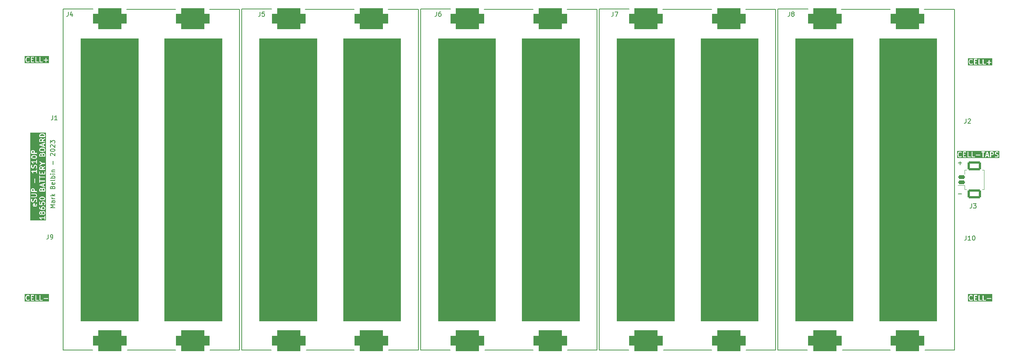
<source format=gto>
G04 #@! TF.GenerationSoftware,KiCad,Pcbnew,7.0.8*
G04 #@! TF.CreationDate,2023-11-12T21:23:09-08:00*
G04 #@! TF.ProjectId,10p-battery-holder,3130702d-6261-4747-9465-72792d686f6c,V1*
G04 #@! TF.SameCoordinates,Original*
G04 #@! TF.FileFunction,Legend,Top*
G04 #@! TF.FilePolarity,Positive*
%FSLAX46Y46*%
G04 Gerber Fmt 4.6, Leading zero omitted, Abs format (unit mm)*
G04 Created by KiCad (PCBNEW 7.0.8) date 2023-11-12 21:23:09*
%MOMM*%
%LPD*%
G01*
G04 APERTURE LIST*
G04 Aperture macros list*
%AMRoundRect*
0 Rectangle with rounded corners*
0 $1 Rounding radius*
0 $2 $3 $4 $5 $6 $7 $8 $9 X,Y pos of 4 corners*
0 Add a 4 corners polygon primitive as box body*
4,1,4,$2,$3,$4,$5,$6,$7,$8,$9,$2,$3,0*
0 Add four circle primitives for the rounded corners*
1,1,$1+$1,$2,$3*
1,1,$1+$1,$4,$5*
1,1,$1+$1,$6,$7*
1,1,$1+$1,$8,$9*
0 Add four rect primitives between the rounded corners*
20,1,$1+$1,$2,$3,$4,$5,0*
20,1,$1+$1,$4,$5,$6,$7,0*
20,1,$1+$1,$6,$7,$8,$9,0*
20,1,$1+$1,$8,$9,$2,$3,0*%
G04 Aperture macros list end*
%ADD10C,0.203200*%
%ADD11C,0.200000*%
%ADD12C,0.120000*%
%ADD13C,0.800000*%
%ADD14C,6.400000*%
%ADD15C,3.100000*%
%ADD16RoundRect,1.225000X-2.625000X-1.125000X2.625000X-1.125000X2.625000X1.125000X-2.625000X1.125000X0*%
%ADD17C,5.200000*%
%ADD18C,8.500000*%
%ADD19RoundRect,0.200000X0.600000X-0.200000X0.600000X0.200000X-0.600000X0.200000X-0.600000X-0.200000X0*%
%ADD20RoundRect,0.250001X1.249999X-0.799999X1.249999X0.799999X-1.249999X0.799999X-1.249999X-0.799999X0*%
G04 APERTURE END LIST*
D10*
G36*
X48314312Y-64114437D02*
G01*
X42836512Y-64114437D01*
X42836512Y-63359694D01*
X42999798Y-63359694D01*
X43003705Y-63371719D01*
X43002831Y-63384335D01*
X43057259Y-63602049D01*
X43063265Y-63611647D01*
X43064952Y-63622845D01*
X43119381Y-63731702D01*
X43130937Y-63743435D01*
X43138413Y-63758107D01*
X43247270Y-63866965D01*
X43268141Y-63877599D01*
X43286984Y-63891509D01*
X43450269Y-63945937D01*
X43466736Y-63946062D01*
X43482398Y-63951151D01*
X43591255Y-63951151D01*
X43606916Y-63946062D01*
X43623383Y-63945937D01*
X43786669Y-63891509D01*
X43805513Y-63877598D01*
X43826384Y-63866964D01*
X43843797Y-63849551D01*
X44197226Y-63849551D01*
X44202199Y-63864856D01*
X44202199Y-63880947D01*
X44211657Y-63893965D01*
X44216630Y-63909270D01*
X44229648Y-63918728D01*
X44239107Y-63931747D01*
X44254411Y-63936719D01*
X44267430Y-63946178D01*
X44283521Y-63946178D01*
X44298826Y-63951151D01*
X44843112Y-63951151D01*
X44902831Y-63931747D01*
X44939739Y-63880947D01*
X44939739Y-63849551D01*
X45231369Y-63849551D01*
X45236342Y-63864856D01*
X45236342Y-63880947D01*
X45245800Y-63893965D01*
X45250773Y-63909270D01*
X45263791Y-63918728D01*
X45273250Y-63931747D01*
X45288554Y-63936719D01*
X45301573Y-63946178D01*
X45317664Y-63946178D01*
X45332969Y-63951151D01*
X45877255Y-63951151D01*
X45936974Y-63931747D01*
X45973882Y-63880947D01*
X45973882Y-63849551D01*
X46156655Y-63849551D01*
X46161628Y-63864856D01*
X46161628Y-63880947D01*
X46171086Y-63893965D01*
X46176059Y-63909270D01*
X46189077Y-63918728D01*
X46198536Y-63931747D01*
X46213840Y-63936719D01*
X46226859Y-63946178D01*
X46242950Y-63946178D01*
X46258255Y-63951151D01*
X46802541Y-63951151D01*
X46862260Y-63931747D01*
X46899168Y-63880947D01*
X46899168Y-63818155D01*
X46862260Y-63767355D01*
X46802541Y-63747951D01*
X46359855Y-63747951D01*
X46359855Y-63445519D01*
X47086914Y-63445519D01*
X47123822Y-63496319D01*
X47183541Y-63515723D01*
X47517370Y-63515723D01*
X47517370Y-63849551D01*
X47536774Y-63909270D01*
X47587574Y-63946178D01*
X47650366Y-63946178D01*
X47701166Y-63909270D01*
X47720570Y-63849551D01*
X47720570Y-63515723D01*
X48054399Y-63515723D01*
X48114118Y-63496319D01*
X48151026Y-63445519D01*
X48151026Y-63382727D01*
X48114118Y-63331927D01*
X48054399Y-63312523D01*
X47720570Y-63312523D01*
X47720570Y-62978694D01*
X47701166Y-62918975D01*
X47650366Y-62882067D01*
X47587574Y-62882067D01*
X47536774Y-62918975D01*
X47517370Y-62978694D01*
X47517370Y-63312523D01*
X47183541Y-63312523D01*
X47123822Y-63331927D01*
X47086914Y-63382727D01*
X47086914Y-63445519D01*
X46359855Y-63445519D01*
X46359855Y-62706551D01*
X46340451Y-62646832D01*
X46289651Y-62609924D01*
X46226859Y-62609924D01*
X46176059Y-62646832D01*
X46156655Y-62706551D01*
X46156655Y-63849551D01*
X45973882Y-63849551D01*
X45973882Y-63818155D01*
X45936974Y-63767355D01*
X45877255Y-63747951D01*
X45434569Y-63747951D01*
X45434569Y-62706551D01*
X45415165Y-62646832D01*
X45364365Y-62609924D01*
X45301573Y-62609924D01*
X45250773Y-62646832D01*
X45231369Y-62706551D01*
X45231369Y-63849551D01*
X44939739Y-63849551D01*
X44939739Y-63818155D01*
X44902831Y-63767355D01*
X44843112Y-63747951D01*
X44400426Y-63747951D01*
X44400426Y-63352437D01*
X44679826Y-63352437D01*
X44739545Y-63333033D01*
X44776453Y-63282233D01*
X44776453Y-63219441D01*
X44739545Y-63168641D01*
X44679826Y-63149237D01*
X44400426Y-63149237D01*
X44400426Y-62808151D01*
X44843112Y-62808151D01*
X44902831Y-62788747D01*
X44939739Y-62737947D01*
X44939739Y-62675155D01*
X44902831Y-62624355D01*
X44843112Y-62604951D01*
X44298826Y-62604951D01*
X44283521Y-62609924D01*
X44267430Y-62609924D01*
X44254411Y-62619382D01*
X44239107Y-62624355D01*
X44229648Y-62637373D01*
X44216630Y-62646832D01*
X44211657Y-62662136D01*
X44202199Y-62675155D01*
X44202199Y-62691245D01*
X44197226Y-62706551D01*
X44197226Y-63849551D01*
X43843797Y-63849551D01*
X43880812Y-63812535D01*
X43909319Y-63756586D01*
X43899495Y-63694568D01*
X43855094Y-63650167D01*
X43793075Y-63640345D01*
X43737127Y-63668852D01*
X43699658Y-63706321D01*
X43574769Y-63747951D01*
X43498884Y-63747951D01*
X43373996Y-63706322D01*
X43293755Y-63626081D01*
X43251686Y-63541944D01*
X43202998Y-63347185D01*
X43202998Y-63208916D01*
X43251686Y-63014157D01*
X43293755Y-62930020D01*
X43373994Y-62849781D01*
X43498885Y-62808151D01*
X43574768Y-62808151D01*
X43699658Y-62849781D01*
X43737127Y-62887250D01*
X43793075Y-62915757D01*
X43855094Y-62905934D01*
X43899495Y-62861533D01*
X43909318Y-62799514D01*
X43880811Y-62743566D01*
X43826383Y-62689138D01*
X43805514Y-62678504D01*
X43786670Y-62664594D01*
X43623384Y-62610165D01*
X43606916Y-62610039D01*
X43591255Y-62604951D01*
X43482398Y-62604951D01*
X43466736Y-62610039D01*
X43450269Y-62610165D01*
X43286983Y-62664594D01*
X43268139Y-62678504D01*
X43247270Y-62689138D01*
X43138413Y-62797995D01*
X43130937Y-62812667D01*
X43119381Y-62824400D01*
X43064952Y-62933257D01*
X43063265Y-62944454D01*
X43057259Y-62954053D01*
X43002831Y-63171767D01*
X43003705Y-63184382D01*
X42999798Y-63196408D01*
X42999798Y-63359694D01*
X42836512Y-63359694D01*
X42836512Y-62441665D01*
X48314312Y-62441665D01*
X48314312Y-64114437D01*
G37*
G36*
X46527367Y-97834498D02*
G01*
X46558478Y-97865609D01*
X46594808Y-97938268D01*
X46594808Y-98108013D01*
X46558478Y-98180672D01*
X46527367Y-98211783D01*
X46454709Y-98248112D01*
X46448250Y-98248112D01*
X46375591Y-98211783D01*
X46344481Y-98180672D01*
X46308151Y-98108012D01*
X46308151Y-97938269D01*
X46344481Y-97865609D01*
X46375591Y-97834498D01*
X46448250Y-97798169D01*
X46454709Y-97798169D01*
X46527367Y-97834498D01*
G37*
G36*
X47180510Y-97834498D02*
G01*
X47211621Y-97865609D01*
X47247951Y-97938268D01*
X47247951Y-98108013D01*
X47211621Y-98180672D01*
X47180510Y-98211783D01*
X47107852Y-98248112D01*
X46938107Y-98248112D01*
X46865449Y-98211783D01*
X46834338Y-98180672D01*
X46798008Y-98108012D01*
X46798008Y-97938269D01*
X46834338Y-97865609D01*
X46865448Y-97834498D01*
X46938108Y-97798169D01*
X47107852Y-97798169D01*
X47180510Y-97834498D01*
G37*
G36*
X47180510Y-96745927D02*
G01*
X47211621Y-96777038D01*
X47247951Y-96849697D01*
X47247951Y-97019442D01*
X47211621Y-97092101D01*
X47180510Y-97123212D01*
X47107852Y-97159541D01*
X46883679Y-97159541D01*
X46811019Y-97123211D01*
X46779908Y-97092100D01*
X46743580Y-97019442D01*
X46743580Y-96849697D01*
X46779908Y-96777039D01*
X46811020Y-96745927D01*
X46883679Y-96709598D01*
X47107852Y-96709598D01*
X47180510Y-96745927D01*
G37*
G36*
X45004389Y-96397541D02*
G01*
X44934592Y-96397541D01*
X44877478Y-96368984D01*
X44848921Y-96311870D01*
X44848921Y-96142126D01*
X44877478Y-96085012D01*
X44934592Y-96056456D01*
X44936172Y-96056456D01*
X45004389Y-96397541D01*
G37*
G36*
X47096375Y-94581146D02*
G01*
X47180511Y-94623215D01*
X47211622Y-94654325D01*
X47247951Y-94726983D01*
X47247951Y-94787872D01*
X47211622Y-94860529D01*
X47180511Y-94891640D01*
X47096373Y-94933710D01*
X46901614Y-94982399D01*
X46654489Y-94982399D01*
X46459726Y-94933708D01*
X46375591Y-94891641D01*
X46344481Y-94860531D01*
X46308151Y-94787871D01*
X46308151Y-94726984D01*
X46344480Y-94654325D01*
X46375591Y-94623214D01*
X46459729Y-94581145D01*
X46654486Y-94532456D01*
X46901617Y-94532456D01*
X47096375Y-94581146D01*
G37*
G36*
X44795994Y-92663784D02*
G01*
X44827105Y-92694895D01*
X44863435Y-92767554D01*
X44863435Y-93077399D01*
X44467921Y-93077399D01*
X44467921Y-92767555D01*
X44504251Y-92694895D01*
X44535361Y-92663784D01*
X44608020Y-92627456D01*
X44723336Y-92627456D01*
X44795994Y-92663784D01*
G37*
G36*
X46581796Y-92609357D02*
G01*
X46612906Y-92640468D01*
X46649237Y-92713128D01*
X46649237Y-92968543D01*
X46308151Y-92968543D01*
X46308151Y-92713128D01*
X46344481Y-92640468D01*
X46375591Y-92609357D01*
X46448250Y-92573028D01*
X46509138Y-92573028D01*
X46581796Y-92609357D01*
G37*
G36*
X47180510Y-92554928D02*
G01*
X47211621Y-92586039D01*
X47247951Y-92658698D01*
X47247951Y-92968543D01*
X46852437Y-92968543D01*
X46852437Y-92705628D01*
X46894066Y-92580739D01*
X46919876Y-92554929D01*
X46992536Y-92518600D01*
X47107852Y-92518600D01*
X47180510Y-92554928D01*
G37*
G36*
X46921380Y-91840608D02*
G01*
X46527838Y-91709428D01*
X46921380Y-91578247D01*
X46921380Y-91840608D01*
G37*
G36*
X46636224Y-87656357D02*
G01*
X46667335Y-87687468D01*
X46703665Y-87760127D01*
X46703665Y-88069972D01*
X46308151Y-88069972D01*
X46308151Y-87760128D01*
X46344481Y-87687468D01*
X46375591Y-87656357D01*
X46448250Y-87620029D01*
X46563566Y-87620029D01*
X46636224Y-87656357D01*
G37*
G36*
X45256145Y-85165004D02*
G01*
X45340281Y-85207073D01*
X45371392Y-85238183D01*
X45407721Y-85310841D01*
X45407721Y-85371730D01*
X45371392Y-85444387D01*
X45340281Y-85475498D01*
X45256143Y-85517568D01*
X45061384Y-85566257D01*
X44814259Y-85566257D01*
X44619496Y-85517566D01*
X44535361Y-85475499D01*
X44504251Y-85444389D01*
X44467921Y-85371729D01*
X44467921Y-85310842D01*
X44504250Y-85238183D01*
X44535361Y-85207072D01*
X44619499Y-85165003D01*
X44814256Y-85116314D01*
X45061387Y-85116314D01*
X45256145Y-85165004D01*
G37*
G36*
X46581796Y-84717215D02*
G01*
X46612906Y-84748326D01*
X46649237Y-84820986D01*
X46649237Y-85076401D01*
X46308151Y-85076401D01*
X46308151Y-84820986D01*
X46344481Y-84748326D01*
X46375591Y-84717215D01*
X46448250Y-84680886D01*
X46509138Y-84680886D01*
X46581796Y-84717215D01*
G37*
G36*
X47180510Y-84662786D02*
G01*
X47211621Y-84693897D01*
X47247951Y-84766556D01*
X47247951Y-85076401D01*
X46852437Y-85076401D01*
X46852437Y-84813486D01*
X46894066Y-84688597D01*
X46919876Y-84662787D01*
X46992536Y-84626458D01*
X47107852Y-84626458D01*
X47180510Y-84662786D01*
G37*
G36*
X44795994Y-84009643D02*
G01*
X44827105Y-84040754D01*
X44863435Y-84113413D01*
X44863435Y-84423258D01*
X44467921Y-84423258D01*
X44467921Y-84113414D01*
X44504251Y-84040754D01*
X44535361Y-84009643D01*
X44608020Y-83973315D01*
X44723336Y-83973315D01*
X44795994Y-84009643D01*
G37*
G36*
X47134322Y-83473599D02*
G01*
X47211622Y-83550899D01*
X47247951Y-83623556D01*
X47247951Y-83793302D01*
X47211623Y-83865958D01*
X47134321Y-83943260D01*
X46956042Y-83987829D01*
X46600060Y-83987829D01*
X46421779Y-83943259D01*
X46344481Y-83865961D01*
X46308151Y-83793301D01*
X46308151Y-83623557D01*
X46344480Y-83550898D01*
X46421780Y-83473598D01*
X46600057Y-83429029D01*
X46956045Y-83429029D01*
X47134322Y-83473599D01*
G37*
G36*
X46921380Y-82751037D02*
G01*
X46527838Y-82619857D01*
X46921380Y-82488676D01*
X46921380Y-82751037D01*
G37*
G36*
X46636224Y-81342643D02*
G01*
X46667335Y-81373754D01*
X46703665Y-81446413D01*
X46703665Y-81756258D01*
X46308151Y-81756258D01*
X46308151Y-81446414D01*
X46344481Y-81373754D01*
X46375591Y-81342643D01*
X46448250Y-81306315D01*
X46563566Y-81306315D01*
X46636224Y-81342643D01*
G37*
G36*
X47041944Y-80212003D02*
G01*
X47126081Y-80254072D01*
X47206322Y-80334313D01*
X47247951Y-80459200D01*
X47247951Y-80613258D01*
X46308151Y-80613258D01*
X46308151Y-80459202D01*
X46349781Y-80334311D01*
X46430020Y-80254072D01*
X46514155Y-80212005D01*
X46708917Y-80163315D01*
X46847185Y-80163315D01*
X47041944Y-80212003D01*
G37*
G36*
X47614437Y-99702035D02*
G01*
X44101435Y-99702035D01*
X44101435Y-99084236D01*
X46108737Y-99084236D01*
X46109924Y-99113660D01*
X46109924Y-99143108D01*
X46111181Y-99144839D01*
X46111268Y-99146977D01*
X46129518Y-99170077D01*
X46146832Y-99193908D01*
X46148867Y-99194569D01*
X46150194Y-99196248D01*
X46305108Y-99299524D01*
X46395193Y-99389609D01*
X46442249Y-99483720D01*
X46486312Y-99528457D01*
X46548255Y-99538749D01*
X46604418Y-99510668D01*
X46633349Y-99454938D01*
X46623997Y-99392846D01*
X46569568Y-99283989D01*
X46558011Y-99272256D01*
X46550536Y-99257584D01*
X46506264Y-99213312D01*
X47247951Y-99213312D01*
X47247951Y-99438283D01*
X47267355Y-99498002D01*
X47318155Y-99534910D01*
X47380947Y-99534910D01*
X47431747Y-99498002D01*
X47451151Y-99438283D01*
X47451151Y-98785140D01*
X47431747Y-98725421D01*
X47380947Y-98688513D01*
X47318155Y-98688513D01*
X47267355Y-98725421D01*
X47247951Y-98785140D01*
X47247951Y-99010112D01*
X46206551Y-99010112D01*
X46204515Y-99010773D01*
X46202456Y-99010195D01*
X46174847Y-99020413D01*
X46146832Y-99029516D01*
X46145573Y-99031247D01*
X46143568Y-99031990D01*
X46127235Y-99056488D01*
X46109924Y-99080316D01*
X46109924Y-99082455D01*
X46108737Y-99084236D01*
X44101435Y-99084236D01*
X44101435Y-98131998D01*
X46104951Y-98131998D01*
X46112188Y-98154271D01*
X46115677Y-98177435D01*
X46170106Y-98286292D01*
X46181661Y-98298024D01*
X46189137Y-98312696D01*
X46243566Y-98367126D01*
X46258238Y-98374601D01*
X46269971Y-98386158D01*
X46378829Y-98440586D01*
X46401990Y-98444074D01*
X46424265Y-98451312D01*
X46478694Y-98451312D01*
X46500970Y-98444074D01*
X46524131Y-98440586D01*
X46632988Y-98386158D01*
X46644720Y-98374601D01*
X46659393Y-98367126D01*
X46696408Y-98330110D01*
X46733423Y-98367126D01*
X46748096Y-98374602D01*
X46759829Y-98386158D01*
X46868686Y-98440586D01*
X46891846Y-98444074D01*
X46914123Y-98451312D01*
X47131837Y-98451312D01*
X47154113Y-98444074D01*
X47177274Y-98440586D01*
X47286131Y-98386158D01*
X47297863Y-98374601D01*
X47312536Y-98367126D01*
X47366965Y-98312697D01*
X47374440Y-98298024D01*
X47385997Y-98286292D01*
X47440425Y-98177434D01*
X47443913Y-98154272D01*
X47451151Y-98131998D01*
X47451151Y-97914284D01*
X47443913Y-97892009D01*
X47440425Y-97868848D01*
X47385997Y-97759990D01*
X47374440Y-97748257D01*
X47366965Y-97733585D01*
X47312536Y-97679156D01*
X47297863Y-97671680D01*
X47286131Y-97660124D01*
X47177274Y-97605695D01*
X47154110Y-97602206D01*
X47131837Y-97594969D01*
X46914123Y-97594969D01*
X46891849Y-97602206D01*
X46868686Y-97605695D01*
X46759828Y-97660124D01*
X46748095Y-97671679D01*
X46733423Y-97679156D01*
X46696408Y-97716171D01*
X46659393Y-97679156D01*
X46644720Y-97671680D01*
X46632988Y-97660124D01*
X46524131Y-97605695D01*
X46500967Y-97602206D01*
X46478694Y-97594969D01*
X46424265Y-97594969D01*
X46401991Y-97602206D01*
X46378828Y-97605695D01*
X46269971Y-97660124D01*
X46258238Y-97671680D01*
X46243566Y-97679156D01*
X46189137Y-97733586D01*
X46181661Y-97748257D01*
X46170106Y-97759990D01*
X46115677Y-97868847D01*
X46112188Y-97892010D01*
X46104951Y-97914284D01*
X46104951Y-98131998D01*
X44101435Y-98131998D01*
X44101435Y-96934570D01*
X46104951Y-96934570D01*
X46112188Y-96956843D01*
X46115677Y-96980007D01*
X46170106Y-97088864D01*
X46181661Y-97100596D01*
X46189137Y-97115268D01*
X46243566Y-97169698D01*
X46252698Y-97174351D01*
X46259051Y-97182392D01*
X46422336Y-97291249D01*
X46439201Y-97295986D01*
X46454053Y-97305280D01*
X46671766Y-97359707D01*
X46684380Y-97358833D01*
X46696408Y-97362741D01*
X47131837Y-97362741D01*
X47154113Y-97355503D01*
X47177274Y-97352015D01*
X47286131Y-97297587D01*
X47297863Y-97286030D01*
X47312536Y-97278555D01*
X47366965Y-97224126D01*
X47374440Y-97209453D01*
X47385997Y-97197721D01*
X47440425Y-97088863D01*
X47443913Y-97065701D01*
X47451151Y-97043427D01*
X47451151Y-96825713D01*
X47443913Y-96803438D01*
X47440425Y-96780277D01*
X47385997Y-96671419D01*
X47374440Y-96659686D01*
X47366965Y-96645014D01*
X47312536Y-96590585D01*
X47297863Y-96583109D01*
X47286131Y-96571553D01*
X47177274Y-96517124D01*
X47154110Y-96513635D01*
X47131837Y-96506398D01*
X46859694Y-96506398D01*
X46837420Y-96513635D01*
X46814257Y-96517124D01*
X46705400Y-96571553D01*
X46693667Y-96583109D01*
X46678995Y-96590585D01*
X46624566Y-96645014D01*
X46617090Y-96659686D01*
X46605534Y-96671419D01*
X46551106Y-96780276D01*
X46547617Y-96803436D01*
X46540380Y-96825713D01*
X46540380Y-97043427D01*
X46547617Y-97065703D01*
X46551106Y-97088864D01*
X46568948Y-97124549D01*
X46520406Y-97112413D01*
X46380138Y-97018902D01*
X46344481Y-96983244D01*
X46308151Y-96910584D01*
X46308151Y-96716856D01*
X46288747Y-96657137D01*
X46237947Y-96620229D01*
X46175155Y-96620229D01*
X46124355Y-96657137D01*
X46104951Y-96716856D01*
X46104951Y-96934570D01*
X44101435Y-96934570D01*
X44101435Y-96335856D01*
X44645721Y-96335856D01*
X44652958Y-96358129D01*
X44656447Y-96381293D01*
X44710876Y-96490150D01*
X44711444Y-96490727D01*
X44711577Y-96491525D01*
X44733422Y-96513041D01*
X44754939Y-96534887D01*
X44755736Y-96535019D01*
X44756313Y-96535587D01*
X44865171Y-96590015D01*
X44888332Y-96593503D01*
X44910607Y-96600741D01*
X45346035Y-96600741D01*
X45368311Y-96593502D01*
X45391471Y-96590015D01*
X45500329Y-96535587D01*
X45500905Y-96535018D01*
X45501705Y-96534886D01*
X45523236Y-96513024D01*
X45545066Y-96491525D01*
X45545198Y-96490727D01*
X45545767Y-96490150D01*
X45600195Y-96381292D01*
X45603683Y-96358130D01*
X45610921Y-96335856D01*
X45610921Y-96118142D01*
X46104951Y-96118142D01*
X46108385Y-96128712D01*
X46107280Y-96139768D01*
X46117867Y-96157893D01*
X46124355Y-96177861D01*
X46133345Y-96184392D01*
X46138950Y-96193988D01*
X46158171Y-96202429D01*
X46175155Y-96214769D01*
X46186266Y-96214769D01*
X46196442Y-96219238D01*
X46740728Y-96273666D01*
X46768686Y-96267575D01*
X46796963Y-96263096D01*
X46799112Y-96260946D01*
X46802081Y-96260300D01*
X46821121Y-96238937D01*
X46841364Y-96218695D01*
X46841839Y-96215693D01*
X46843861Y-96213425D01*
X46846708Y-96184946D01*
X46851186Y-96156676D01*
X46849806Y-96153968D01*
X46850109Y-96150944D01*
X46835669Y-96126222D01*
X46822679Y-96100728D01*
X46779908Y-96057957D01*
X46743580Y-95985300D01*
X46743580Y-95761126D01*
X46779908Y-95688468D01*
X46811020Y-95657356D01*
X46883679Y-95621027D01*
X47107852Y-95621027D01*
X47180510Y-95657356D01*
X47211621Y-95688467D01*
X47247951Y-95761126D01*
X47247951Y-95985300D01*
X47211622Y-96057958D01*
X47168853Y-96100727D01*
X47140345Y-96156675D01*
X47150168Y-96218694D01*
X47194568Y-96263096D01*
X47256587Y-96272919D01*
X47312535Y-96244413D01*
X47366965Y-96189984D01*
X47374440Y-96175311D01*
X47385997Y-96163579D01*
X47440425Y-96054721D01*
X47443913Y-96031559D01*
X47451151Y-96009285D01*
X47451151Y-95737142D01*
X47443913Y-95714867D01*
X47440425Y-95691706D01*
X47385997Y-95582848D01*
X47374440Y-95571115D01*
X47366965Y-95556443D01*
X47312536Y-95502014D01*
X47297863Y-95494538D01*
X47286131Y-95482982D01*
X47177274Y-95428553D01*
X47154110Y-95425064D01*
X47131837Y-95417827D01*
X46859694Y-95417827D01*
X46837420Y-95425064D01*
X46814257Y-95428553D01*
X46705400Y-95482982D01*
X46693667Y-95494538D01*
X46678995Y-95502014D01*
X46624566Y-95556443D01*
X46617090Y-95571115D01*
X46605534Y-95582848D01*
X46551106Y-95691705D01*
X46547617Y-95714865D01*
X46540380Y-95737142D01*
X46540380Y-96009285D01*
X46547617Y-96031561D01*
X46550458Y-96050425D01*
X46308151Y-96026194D01*
X46308151Y-95573856D01*
X46288747Y-95514137D01*
X46237947Y-95477229D01*
X46175155Y-95477229D01*
X46124355Y-95514137D01*
X46104951Y-95573856D01*
X46104951Y-96118142D01*
X45610921Y-96118142D01*
X45610921Y-96118141D01*
X45603683Y-96095866D01*
X45600195Y-96072705D01*
X45545767Y-95963847D01*
X45501705Y-95919111D01*
X45439762Y-95908817D01*
X45383599Y-95936899D01*
X45354668Y-95992629D01*
X45364019Y-96054721D01*
X45407721Y-96142125D01*
X45407721Y-96311871D01*
X45379164Y-96368984D01*
X45322051Y-96397541D01*
X45211613Y-96397541D01*
X45119091Y-95934931D01*
X45116091Y-95929587D01*
X45116091Y-95923460D01*
X45100956Y-95902629D01*
X45088352Y-95880177D01*
X45082784Y-95877617D01*
X45079183Y-95872660D01*
X45054693Y-95864702D01*
X45031300Y-95853948D01*
X45025292Y-95855149D01*
X45019464Y-95853256D01*
X44910607Y-95853256D01*
X44888332Y-95860493D01*
X44865171Y-95863982D01*
X44756313Y-95918410D01*
X44755736Y-95918977D01*
X44754939Y-95919110D01*
X44733422Y-95940955D01*
X44711577Y-95962472D01*
X44711444Y-95963269D01*
X44710876Y-95963847D01*
X44656447Y-96072704D01*
X44652958Y-96095867D01*
X44645721Y-96118141D01*
X44645721Y-96335856D01*
X44101435Y-96335856D01*
X44101435Y-95301713D01*
X44264721Y-95301713D01*
X44271958Y-95323986D01*
X44275447Y-95347150D01*
X44329876Y-95456007D01*
X44341431Y-95467739D01*
X44348907Y-95482411D01*
X44403336Y-95536841D01*
X44418008Y-95544316D01*
X44429741Y-95555873D01*
X44538599Y-95610301D01*
X44561760Y-95613789D01*
X44584035Y-95621027D01*
X44692893Y-95621027D01*
X44715169Y-95613789D01*
X44738330Y-95610301D01*
X44847187Y-95555873D01*
X44858920Y-95544316D01*
X44873593Y-95536840D01*
X44928021Y-95482411D01*
X44935496Y-95467739D01*
X44947052Y-95456007D01*
X45001481Y-95347150D01*
X45003167Y-95335952D01*
X45009174Y-95326354D01*
X45060895Y-95119462D01*
X45102964Y-95035325D01*
X45134076Y-95004213D01*
X45206735Y-94967884D01*
X45267622Y-94967884D01*
X45340280Y-95004213D01*
X45371391Y-95035324D01*
X45407721Y-95107983D01*
X45407721Y-95339656D01*
X45358507Y-95487298D01*
X45358030Y-95550089D01*
X45394552Y-95601167D01*
X45454122Y-95621024D01*
X45513986Y-95602074D01*
X45551279Y-95551556D01*
X45605707Y-95388271D01*
X45605832Y-95371803D01*
X45610921Y-95356142D01*
X45610921Y-95083999D01*
X45603683Y-95061724D01*
X45600195Y-95038563D01*
X45545767Y-94929705D01*
X45534210Y-94917972D01*
X45526735Y-94903300D01*
X45472306Y-94848871D01*
X45457633Y-94841395D01*
X45445901Y-94829839D01*
X45409935Y-94811856D01*
X46104951Y-94811856D01*
X46112188Y-94834132D01*
X46115677Y-94857293D01*
X46170106Y-94966151D01*
X46181662Y-94977883D01*
X46189138Y-94992556D01*
X46243566Y-95046984D01*
X46258238Y-95054459D01*
X46269971Y-95066016D01*
X46378828Y-95120445D01*
X46390025Y-95122131D01*
X46399624Y-95128138D01*
X46617338Y-95182565D01*
X46629952Y-95181691D01*
X46641980Y-95185599D01*
X46914123Y-95185599D01*
X46926148Y-95181691D01*
X46938764Y-95182566D01*
X47156478Y-95128138D01*
X47166076Y-95122131D01*
X47177274Y-95120445D01*
X47286131Y-95066016D01*
X47297863Y-95054460D01*
X47312535Y-95046985D01*
X47366965Y-94992556D01*
X47374441Y-94977882D01*
X47385997Y-94966150D01*
X47440425Y-94857293D01*
X47443913Y-94834132D01*
X47451151Y-94811856D01*
X47451151Y-94702999D01*
X47443913Y-94680724D01*
X47440425Y-94657563D01*
X47385997Y-94548705D01*
X47374440Y-94536972D01*
X47366965Y-94522300D01*
X47312535Y-94467871D01*
X47297863Y-94460395D01*
X47286131Y-94448840D01*
X47177274Y-94394411D01*
X47166076Y-94392724D01*
X47156479Y-94386719D01*
X46938765Y-94332290D01*
X46926150Y-94333163D01*
X46914123Y-94329256D01*
X46641980Y-94329256D01*
X46629954Y-94333163D01*
X46617339Y-94332289D01*
X46399623Y-94386719D01*
X46390025Y-94392724D01*
X46378828Y-94394411D01*
X46269971Y-94448840D01*
X46258238Y-94460396D01*
X46243566Y-94467872D01*
X46189138Y-94522300D01*
X46181662Y-94536972D01*
X46170106Y-94548705D01*
X46115677Y-94657562D01*
X46112188Y-94680725D01*
X46104951Y-94702999D01*
X46104951Y-94811856D01*
X45409935Y-94811856D01*
X45337044Y-94775410D01*
X45313880Y-94771921D01*
X45291607Y-94764684D01*
X45182750Y-94764684D01*
X45160476Y-94771921D01*
X45137313Y-94775410D01*
X45028456Y-94829839D01*
X45016723Y-94841395D01*
X45002051Y-94848871D01*
X44947622Y-94903300D01*
X44940146Y-94917972D01*
X44928590Y-94929705D01*
X44874161Y-95038562D01*
X44872474Y-95049759D01*
X44866468Y-95059358D01*
X44814744Y-95266251D01*
X44772676Y-95350387D01*
X44741565Y-95381498D01*
X44668908Y-95417827D01*
X44608020Y-95417827D01*
X44535361Y-95381498D01*
X44504251Y-95350387D01*
X44467921Y-95277727D01*
X44467921Y-95046057D01*
X44517136Y-94898413D01*
X44517613Y-94835622D01*
X44481091Y-94784544D01*
X44421522Y-94764687D01*
X44361657Y-94783636D01*
X44324364Y-94834155D01*
X44269935Y-94997441D01*
X44269809Y-95013908D01*
X44264721Y-95029570D01*
X44264721Y-95301713D01*
X44101435Y-95301713D01*
X44101435Y-94407824D01*
X44269694Y-94407824D01*
X44306602Y-94458624D01*
X44366321Y-94478028D01*
X45291607Y-94478028D01*
X45313880Y-94470790D01*
X45337044Y-94467302D01*
X45445901Y-94412873D01*
X45457633Y-94401317D01*
X45472305Y-94393842D01*
X45526735Y-94339413D01*
X45534211Y-94324739D01*
X45545767Y-94313007D01*
X45600195Y-94204150D01*
X45603683Y-94180989D01*
X45610921Y-94158713D01*
X45610921Y-93940999D01*
X45603683Y-93918724D01*
X45600195Y-93895563D01*
X45545767Y-93786705D01*
X45534210Y-93774972D01*
X45526735Y-93760300D01*
X45472306Y-93705871D01*
X45457633Y-93698395D01*
X45445901Y-93686839D01*
X45337044Y-93632411D01*
X45313883Y-93628922D01*
X45291607Y-93621685D01*
X44366321Y-93621685D01*
X44306602Y-93641089D01*
X44269694Y-93691889D01*
X44269694Y-93754681D01*
X44306602Y-93805481D01*
X44366321Y-93824885D01*
X45267622Y-93824885D01*
X45340280Y-93861213D01*
X45371391Y-93892324D01*
X45407721Y-93964983D01*
X45407721Y-94134729D01*
X45371392Y-94207386D01*
X45340281Y-94238497D01*
X45267622Y-94274828D01*
X44366321Y-94274828D01*
X44306602Y-94294232D01*
X44269694Y-94345032D01*
X44269694Y-94407824D01*
X44101435Y-94407824D01*
X44101435Y-93178999D01*
X44264721Y-93178999D01*
X44269694Y-93194304D01*
X44269694Y-93210395D01*
X44279152Y-93223413D01*
X44284125Y-93238718D01*
X44297143Y-93248176D01*
X44306602Y-93261195D01*
X44321906Y-93266167D01*
X44334925Y-93275626D01*
X44351016Y-93275626D01*
X44366321Y-93280599D01*
X45509321Y-93280599D01*
X45569040Y-93261195D01*
X45605948Y-93210395D01*
X45605948Y-93147603D01*
X45569040Y-93096803D01*
X45509321Y-93077399D01*
X45066635Y-93077399D01*
X45066635Y-93070143D01*
X46104951Y-93070143D01*
X46109924Y-93085448D01*
X46109924Y-93101539D01*
X46119382Y-93114557D01*
X46124355Y-93129862D01*
X46137373Y-93139320D01*
X46146832Y-93152339D01*
X46162136Y-93157311D01*
X46175155Y-93166770D01*
X46191246Y-93166770D01*
X46206551Y-93171743D01*
X47349551Y-93171743D01*
X47364856Y-93166770D01*
X47380947Y-93166770D01*
X47393965Y-93157311D01*
X47409270Y-93152339D01*
X47418728Y-93139320D01*
X47431747Y-93129862D01*
X47436719Y-93114557D01*
X47446178Y-93101539D01*
X47446178Y-93085448D01*
X47451151Y-93070143D01*
X47451151Y-92634714D01*
X47443913Y-92612439D01*
X47440425Y-92589278D01*
X47385997Y-92480420D01*
X47374440Y-92468687D01*
X47366965Y-92454015D01*
X47312536Y-92399586D01*
X47297863Y-92392110D01*
X47286131Y-92380554D01*
X47177274Y-92326126D01*
X47154113Y-92322637D01*
X47131837Y-92315400D01*
X46968551Y-92315400D01*
X46946276Y-92322637D01*
X46923115Y-92326126D01*
X46814257Y-92380554D01*
X46802524Y-92392110D01*
X46787852Y-92399586D01*
X46733423Y-92454015D01*
X46726806Y-92467000D01*
X46713823Y-92454016D01*
X46699150Y-92446539D01*
X46687417Y-92434983D01*
X46578560Y-92380554D01*
X46555396Y-92377065D01*
X46533123Y-92369828D01*
X46424265Y-92369828D01*
X46401991Y-92377065D01*
X46378828Y-92380554D01*
X46269971Y-92434983D01*
X46258238Y-92446539D01*
X46243566Y-92454015D01*
X46189137Y-92508445D01*
X46181661Y-92523116D01*
X46170106Y-92534849D01*
X46115677Y-92643706D01*
X46112188Y-92666869D01*
X46104951Y-92689143D01*
X46104951Y-93070143D01*
X45066635Y-93070143D01*
X45066635Y-92743570D01*
X45059397Y-92721295D01*
X45055909Y-92698134D01*
X45001481Y-92589276D01*
X44989924Y-92577543D01*
X44982449Y-92562871D01*
X44928020Y-92508442D01*
X44913347Y-92500966D01*
X44901615Y-92489410D01*
X44792758Y-92434982D01*
X44769597Y-92431493D01*
X44747321Y-92424256D01*
X44584035Y-92424256D01*
X44561760Y-92431493D01*
X44538599Y-92434982D01*
X44429741Y-92489410D01*
X44418008Y-92500966D01*
X44403336Y-92508442D01*
X44348907Y-92562872D01*
X44341431Y-92577543D01*
X44329876Y-92589276D01*
X44275447Y-92698133D01*
X44271958Y-92721296D01*
X44264721Y-92743570D01*
X44264721Y-93178999D01*
X44101435Y-93178999D01*
X44101435Y-91710199D01*
X46104954Y-91710199D01*
X46114645Y-91739274D01*
X46123904Y-91768521D01*
X46124555Y-91769001D01*
X46124811Y-91769769D01*
X46149756Y-91787605D01*
X46174422Y-91805814D01*
X47317422Y-92186814D01*
X47380213Y-92187291D01*
X47431291Y-92150769D01*
X47451148Y-92091199D01*
X47432198Y-92031335D01*
X47381680Y-91994042D01*
X47124580Y-91908342D01*
X47124580Y-91510514D01*
X47381680Y-91424814D01*
X47432198Y-91387521D01*
X47451148Y-91327657D01*
X47431291Y-91268087D01*
X47380213Y-91231565D01*
X47317422Y-91232042D01*
X46174422Y-91613042D01*
X46149756Y-91631250D01*
X46124811Y-91649087D01*
X46124555Y-91649854D01*
X46123904Y-91650335D01*
X46114645Y-91679581D01*
X46104954Y-91708657D01*
X46105198Y-91709428D01*
X46104954Y-91710199D01*
X44101435Y-91710199D01*
X44101435Y-91165142D01*
X44972293Y-91165142D01*
X44991697Y-91224861D01*
X45042497Y-91261769D01*
X45105289Y-91261769D01*
X45156089Y-91224861D01*
X45175493Y-91165142D01*
X45175493Y-91110714D01*
X46104951Y-91110714D01*
X46124355Y-91170433D01*
X46175155Y-91207341D01*
X46237947Y-91207341D01*
X46288747Y-91170433D01*
X46308151Y-91110714D01*
X46308151Y-90885743D01*
X47349551Y-90885743D01*
X47409270Y-90866339D01*
X47446178Y-90815539D01*
X47446178Y-90752747D01*
X47409270Y-90701947D01*
X47349551Y-90682543D01*
X46308151Y-90682543D01*
X46308151Y-90457572D01*
X46288747Y-90397853D01*
X46237947Y-90360945D01*
X46175155Y-90360945D01*
X46124355Y-90397853D01*
X46104951Y-90457572D01*
X46104951Y-91110714D01*
X45175493Y-91110714D01*
X45175493Y-90294285D01*
X45157808Y-90239857D01*
X46104951Y-90239857D01*
X46124355Y-90299576D01*
X46175155Y-90336484D01*
X46237947Y-90336484D01*
X46288747Y-90299576D01*
X46308151Y-90239857D01*
X46308151Y-90014886D01*
X47349551Y-90014886D01*
X47409270Y-89995482D01*
X47446178Y-89944682D01*
X47446178Y-89881890D01*
X47409270Y-89831090D01*
X47349551Y-89811686D01*
X46308151Y-89811686D01*
X46308151Y-89586715D01*
X46288747Y-89526996D01*
X46237947Y-89490088D01*
X46175155Y-89490088D01*
X46124355Y-89526996D01*
X46104951Y-89586715D01*
X46104951Y-90239857D01*
X45157808Y-90239857D01*
X45156089Y-90234566D01*
X45105289Y-90197658D01*
X45042497Y-90197658D01*
X44991697Y-90234566D01*
X44972293Y-90294285D01*
X44972293Y-91165142D01*
X44101435Y-91165142D01*
X44101435Y-89205715D01*
X46104951Y-89205715D01*
X46109924Y-89221020D01*
X46109924Y-89237111D01*
X46119382Y-89250129D01*
X46124355Y-89265434D01*
X46137373Y-89274892D01*
X46146832Y-89287911D01*
X46162136Y-89292883D01*
X46175155Y-89302342D01*
X46191246Y-89302342D01*
X46206551Y-89307315D01*
X47349551Y-89307315D01*
X47364856Y-89302342D01*
X47380947Y-89302342D01*
X47393965Y-89292883D01*
X47409270Y-89287911D01*
X47418728Y-89274892D01*
X47431747Y-89265434D01*
X47436719Y-89250129D01*
X47446178Y-89237111D01*
X47446178Y-89221020D01*
X47451151Y-89205715D01*
X47451151Y-88661429D01*
X47431747Y-88601710D01*
X47380947Y-88564802D01*
X47318155Y-88564802D01*
X47267355Y-88601710D01*
X47247951Y-88661429D01*
X47247951Y-89104115D01*
X46852437Y-89104115D01*
X46852437Y-88824715D01*
X46833033Y-88764996D01*
X46782233Y-88728088D01*
X46719441Y-88728088D01*
X46668641Y-88764996D01*
X46649237Y-88824715D01*
X46649237Y-89104115D01*
X46308151Y-89104115D01*
X46308151Y-88661429D01*
X46288747Y-88601710D01*
X46237947Y-88564802D01*
X46175155Y-88564802D01*
X46124355Y-88601710D01*
X46104951Y-88661429D01*
X46104951Y-89205715D01*
X44101435Y-89205715D01*
X44101435Y-88579523D01*
X44268507Y-88579523D01*
X44269694Y-88608947D01*
X44269694Y-88638395D01*
X44270951Y-88640126D01*
X44271038Y-88642264D01*
X44289288Y-88665364D01*
X44306602Y-88689195D01*
X44308637Y-88689856D01*
X44309964Y-88691535D01*
X44464878Y-88794811D01*
X44554963Y-88884896D01*
X44602019Y-88979007D01*
X44646082Y-89023744D01*
X44708025Y-89034036D01*
X44764188Y-89005955D01*
X44793119Y-88950225D01*
X44783767Y-88888133D01*
X44729338Y-88779276D01*
X44717781Y-88767543D01*
X44710306Y-88752871D01*
X44666034Y-88708599D01*
X45407721Y-88708599D01*
X45407721Y-88933570D01*
X45427125Y-88993289D01*
X45477925Y-89030197D01*
X45540717Y-89030197D01*
X45591517Y-88993289D01*
X45610921Y-88933570D01*
X45610921Y-88280427D01*
X45591517Y-88220708D01*
X45540717Y-88183800D01*
X45477925Y-88183800D01*
X45427125Y-88220708D01*
X45407721Y-88280427D01*
X45407721Y-88505399D01*
X44366321Y-88505399D01*
X44364285Y-88506060D01*
X44362226Y-88505482D01*
X44334617Y-88515700D01*
X44306602Y-88524803D01*
X44305343Y-88526534D01*
X44303338Y-88527277D01*
X44287005Y-88551775D01*
X44269694Y-88575603D01*
X44269694Y-88577742D01*
X44268507Y-88579523D01*
X44101435Y-88579523D01*
X44101435Y-88171572D01*
X46104951Y-88171572D01*
X46109924Y-88186877D01*
X46109924Y-88202968D01*
X46119382Y-88215986D01*
X46124355Y-88231291D01*
X46137373Y-88240749D01*
X46146832Y-88253768D01*
X46162136Y-88258740D01*
X46175155Y-88268199D01*
X46191246Y-88268199D01*
X46206551Y-88273172D01*
X47349551Y-88273172D01*
X47409270Y-88253768D01*
X47446178Y-88202968D01*
X47446178Y-88140176D01*
X47409270Y-88089376D01*
X47349551Y-88069972D01*
X46906865Y-88069972D01*
X46906865Y-87952327D01*
X47407815Y-87601663D01*
X47445611Y-87551520D01*
X47446716Y-87488737D01*
X47410707Y-87437296D01*
X47351339Y-87416845D01*
X47291288Y-87435195D01*
X46899012Y-87709787D01*
X46896139Y-87690707D01*
X46841711Y-87581849D01*
X46830154Y-87570116D01*
X46822679Y-87555444D01*
X46768250Y-87501015D01*
X46753577Y-87493539D01*
X46741845Y-87481983D01*
X46632988Y-87427555D01*
X46609827Y-87424066D01*
X46587551Y-87416829D01*
X46424265Y-87416829D01*
X46401990Y-87424066D01*
X46378829Y-87427555D01*
X46269971Y-87481983D01*
X46258238Y-87493539D01*
X46243566Y-87501015D01*
X46189137Y-87555445D01*
X46181661Y-87570116D01*
X46170106Y-87581849D01*
X46115677Y-87690706D01*
X46112188Y-87713869D01*
X46104951Y-87736143D01*
X46104951Y-88171572D01*
X44101435Y-88171572D01*
X44101435Y-87627285D01*
X44264721Y-87627285D01*
X44271958Y-87649558D01*
X44275447Y-87672722D01*
X44329876Y-87781579D01*
X44341431Y-87793311D01*
X44348907Y-87807983D01*
X44403336Y-87862413D01*
X44418008Y-87869888D01*
X44429741Y-87881445D01*
X44538599Y-87935873D01*
X44561760Y-87939361D01*
X44584035Y-87946599D01*
X44692893Y-87946599D01*
X44715169Y-87939361D01*
X44738330Y-87935873D01*
X44847187Y-87881445D01*
X44858920Y-87869888D01*
X44873593Y-87862412D01*
X44928021Y-87807983D01*
X44935496Y-87793311D01*
X44947052Y-87781579D01*
X45001481Y-87672722D01*
X45003167Y-87661524D01*
X45009174Y-87651926D01*
X45060895Y-87445034D01*
X45102964Y-87360897D01*
X45134076Y-87329785D01*
X45206735Y-87293456D01*
X45267622Y-87293456D01*
X45340280Y-87329785D01*
X45371391Y-87360896D01*
X45407721Y-87433555D01*
X45407721Y-87665228D01*
X45358507Y-87812870D01*
X45358030Y-87875661D01*
X45394552Y-87926739D01*
X45454122Y-87946596D01*
X45513986Y-87927646D01*
X45551279Y-87877128D01*
X45605707Y-87713843D01*
X45605832Y-87697375D01*
X45610921Y-87681714D01*
X45610921Y-87409571D01*
X45603683Y-87387296D01*
X45600195Y-87364135D01*
X45545767Y-87255277D01*
X45534210Y-87243544D01*
X45526735Y-87228872D01*
X45515109Y-87217246D01*
X46108175Y-87217246D01*
X46141886Y-87270221D01*
X46200297Y-87293264D01*
X46261098Y-87277573D01*
X46834851Y-86912457D01*
X47349551Y-86912457D01*
X47409270Y-86893053D01*
X47446178Y-86842253D01*
X47446178Y-86779461D01*
X47409270Y-86728661D01*
X47349551Y-86709257D01*
X46834851Y-86709257D01*
X46261098Y-86344141D01*
X46200297Y-86328450D01*
X46141886Y-86351493D01*
X46108175Y-86404468D01*
X46112039Y-86467141D01*
X46152004Y-86515573D01*
X46616022Y-86810857D01*
X46152004Y-87106141D01*
X46112039Y-87154573D01*
X46108175Y-87217246D01*
X45515109Y-87217246D01*
X45472306Y-87174443D01*
X45457633Y-87166967D01*
X45445901Y-87155411D01*
X45337044Y-87100982D01*
X45313880Y-87097493D01*
X45291607Y-87090256D01*
X45182750Y-87090256D01*
X45160476Y-87097493D01*
X45137313Y-87100982D01*
X45028456Y-87155411D01*
X45016723Y-87166967D01*
X45002051Y-87174443D01*
X44947622Y-87228872D01*
X44940146Y-87243544D01*
X44928590Y-87255277D01*
X44874161Y-87364134D01*
X44872474Y-87375331D01*
X44866468Y-87384930D01*
X44814744Y-87591823D01*
X44772676Y-87675959D01*
X44741565Y-87707070D01*
X44668908Y-87743399D01*
X44608020Y-87743399D01*
X44535361Y-87707070D01*
X44504251Y-87675959D01*
X44467921Y-87603299D01*
X44467921Y-87371629D01*
X44517136Y-87223985D01*
X44517613Y-87161194D01*
X44481091Y-87110116D01*
X44421522Y-87090259D01*
X44361657Y-87109208D01*
X44324364Y-87159727D01*
X44269935Y-87323013D01*
X44269809Y-87339480D01*
X44264721Y-87355142D01*
X44264721Y-87627285D01*
X44101435Y-87627285D01*
X44101435Y-86402381D01*
X44268507Y-86402381D01*
X44269694Y-86431805D01*
X44269694Y-86461253D01*
X44270951Y-86462984D01*
X44271038Y-86465122D01*
X44289288Y-86488222D01*
X44306602Y-86512053D01*
X44308637Y-86512714D01*
X44309964Y-86514393D01*
X44464878Y-86617669D01*
X44554963Y-86707754D01*
X44602019Y-86801865D01*
X44646082Y-86846602D01*
X44708025Y-86856894D01*
X44764188Y-86828813D01*
X44793119Y-86773083D01*
X44783767Y-86710991D01*
X44729338Y-86602134D01*
X44717781Y-86590401D01*
X44710306Y-86575729D01*
X44666034Y-86531457D01*
X45407721Y-86531457D01*
X45407721Y-86756428D01*
X45427125Y-86816147D01*
X45477925Y-86853055D01*
X45540717Y-86853055D01*
X45591517Y-86816147D01*
X45610921Y-86756428D01*
X45610921Y-86103285D01*
X45591517Y-86043566D01*
X45540717Y-86006658D01*
X45477925Y-86006658D01*
X45427125Y-86043566D01*
X45407721Y-86103285D01*
X45407721Y-86328257D01*
X44366321Y-86328257D01*
X44364285Y-86328918D01*
X44362226Y-86328340D01*
X44334617Y-86338558D01*
X44306602Y-86347661D01*
X44305343Y-86349392D01*
X44303338Y-86350135D01*
X44287005Y-86374633D01*
X44269694Y-86398461D01*
X44269694Y-86400600D01*
X44268507Y-86402381D01*
X44101435Y-86402381D01*
X44101435Y-85395714D01*
X44264721Y-85395714D01*
X44271958Y-85417990D01*
X44275447Y-85441151D01*
X44329876Y-85550009D01*
X44341432Y-85561741D01*
X44348908Y-85576414D01*
X44403336Y-85630842D01*
X44418008Y-85638317D01*
X44429741Y-85649874D01*
X44538598Y-85704303D01*
X44549795Y-85705989D01*
X44559394Y-85711996D01*
X44777108Y-85766423D01*
X44789722Y-85765549D01*
X44801750Y-85769457D01*
X45073893Y-85769457D01*
X45085918Y-85765549D01*
X45098534Y-85766424D01*
X45316248Y-85711996D01*
X45325846Y-85705989D01*
X45337044Y-85704303D01*
X45445901Y-85649874D01*
X45457633Y-85638318D01*
X45472305Y-85630843D01*
X45526735Y-85576414D01*
X45534211Y-85561740D01*
X45545767Y-85550008D01*
X45600195Y-85441151D01*
X45603683Y-85417990D01*
X45610921Y-85395714D01*
X45610921Y-85286857D01*
X45603683Y-85264582D01*
X45600195Y-85241421D01*
X45568486Y-85178001D01*
X46104951Y-85178001D01*
X46109924Y-85193306D01*
X46109924Y-85209397D01*
X46119382Y-85222415D01*
X46124355Y-85237720D01*
X46137373Y-85247178D01*
X46146832Y-85260197D01*
X46162136Y-85265169D01*
X46175155Y-85274628D01*
X46191246Y-85274628D01*
X46206551Y-85279601D01*
X47349551Y-85279601D01*
X47364856Y-85274628D01*
X47380947Y-85274628D01*
X47393965Y-85265169D01*
X47409270Y-85260197D01*
X47418728Y-85247178D01*
X47431747Y-85237720D01*
X47436719Y-85222415D01*
X47446178Y-85209397D01*
X47446178Y-85193306D01*
X47451151Y-85178001D01*
X47451151Y-84742572D01*
X47443913Y-84720297D01*
X47440425Y-84697136D01*
X47385997Y-84588278D01*
X47374440Y-84576545D01*
X47366965Y-84561873D01*
X47312536Y-84507444D01*
X47297863Y-84499968D01*
X47286131Y-84488412D01*
X47177274Y-84433984D01*
X47154113Y-84430495D01*
X47131837Y-84423258D01*
X46968551Y-84423258D01*
X46946276Y-84430495D01*
X46923115Y-84433984D01*
X46814257Y-84488412D01*
X46802524Y-84499968D01*
X46787852Y-84507444D01*
X46733423Y-84561873D01*
X46726806Y-84574858D01*
X46713823Y-84561874D01*
X46699150Y-84554397D01*
X46687417Y-84542841D01*
X46578560Y-84488412D01*
X46555396Y-84484923D01*
X46533123Y-84477686D01*
X46424265Y-84477686D01*
X46401991Y-84484923D01*
X46378828Y-84488412D01*
X46269971Y-84542841D01*
X46258238Y-84554397D01*
X46243566Y-84561873D01*
X46189137Y-84616303D01*
X46181661Y-84630974D01*
X46170106Y-84642707D01*
X46115677Y-84751564D01*
X46112188Y-84774727D01*
X46104951Y-84797001D01*
X46104951Y-85178001D01*
X45568486Y-85178001D01*
X45545767Y-85132563D01*
X45534210Y-85120830D01*
X45526735Y-85106158D01*
X45472305Y-85051729D01*
X45457633Y-85044253D01*
X45445901Y-85032698D01*
X45337044Y-84978269D01*
X45325846Y-84976582D01*
X45316249Y-84970577D01*
X45098535Y-84916148D01*
X45085920Y-84917021D01*
X45073893Y-84913114D01*
X44801750Y-84913114D01*
X44789724Y-84917021D01*
X44777109Y-84916147D01*
X44559393Y-84970577D01*
X44549795Y-84976582D01*
X44538598Y-84978269D01*
X44429741Y-85032698D01*
X44418008Y-85044254D01*
X44403336Y-85051730D01*
X44348908Y-85106158D01*
X44341432Y-85120830D01*
X44329876Y-85132563D01*
X44275447Y-85241420D01*
X44271958Y-85264583D01*
X44264721Y-85286857D01*
X44264721Y-85395714D01*
X44101435Y-85395714D01*
X44101435Y-84524858D01*
X44264721Y-84524858D01*
X44269694Y-84540163D01*
X44269694Y-84556254D01*
X44279152Y-84569272D01*
X44284125Y-84584577D01*
X44297143Y-84594035D01*
X44306602Y-84607054D01*
X44321906Y-84612026D01*
X44334925Y-84621485D01*
X44351016Y-84621485D01*
X44366321Y-84626458D01*
X45509321Y-84626458D01*
X45569040Y-84607054D01*
X45605948Y-84556254D01*
X45605948Y-84493462D01*
X45569040Y-84442662D01*
X45509321Y-84423258D01*
X45066635Y-84423258D01*
X45066635Y-84089429D01*
X45059397Y-84067154D01*
X45055909Y-84043993D01*
X45001481Y-83935135D01*
X44989924Y-83923402D01*
X44982449Y-83908730D01*
X44928020Y-83854301D01*
X44913347Y-83846825D01*
X44901615Y-83835269D01*
X44865649Y-83817286D01*
X46104951Y-83817286D01*
X46112188Y-83839562D01*
X46115677Y-83862723D01*
X46170106Y-83971581D01*
X46181662Y-83983313D01*
X46189138Y-83997986D01*
X46297995Y-84106843D01*
X46322182Y-84119167D01*
X46345196Y-84133568D01*
X46562909Y-84187995D01*
X46575523Y-84187121D01*
X46587551Y-84191029D01*
X46968551Y-84191029D01*
X46980576Y-84187121D01*
X46993192Y-84187996D01*
X47210906Y-84133568D01*
X47233921Y-84119166D01*
X47258107Y-84106843D01*
X47366965Y-83997986D01*
X47374441Y-83983312D01*
X47385997Y-83971580D01*
X47440425Y-83862723D01*
X47443913Y-83839562D01*
X47451151Y-83817286D01*
X47451151Y-83599572D01*
X47443913Y-83577297D01*
X47440425Y-83554136D01*
X47385997Y-83445278D01*
X47374440Y-83433545D01*
X47366965Y-83418873D01*
X47258107Y-83310016D01*
X47233921Y-83297693D01*
X47210907Y-83283292D01*
X46993193Y-83228863D01*
X46980578Y-83229736D01*
X46968551Y-83225829D01*
X46587551Y-83225829D01*
X46575525Y-83229736D01*
X46562910Y-83228862D01*
X46345195Y-83283292D01*
X46322182Y-83297692D01*
X46297995Y-83310016D01*
X46189138Y-83418873D01*
X46181662Y-83433545D01*
X46170106Y-83445278D01*
X46115677Y-83554135D01*
X46112188Y-83577298D01*
X46104951Y-83599572D01*
X46104951Y-83817286D01*
X44865649Y-83817286D01*
X44792758Y-83780841D01*
X44769597Y-83777352D01*
X44747321Y-83770115D01*
X44584035Y-83770115D01*
X44561760Y-83777352D01*
X44538599Y-83780841D01*
X44429741Y-83835269D01*
X44418008Y-83846825D01*
X44403336Y-83854301D01*
X44348907Y-83908731D01*
X44341431Y-83923402D01*
X44329876Y-83935135D01*
X44275447Y-84043992D01*
X44271958Y-84067155D01*
X44264721Y-84089429D01*
X44264721Y-84524858D01*
X44101435Y-84524858D01*
X44101435Y-82620628D01*
X46104954Y-82620628D01*
X46114645Y-82649703D01*
X46123904Y-82678950D01*
X46124555Y-82679430D01*
X46124811Y-82680198D01*
X46149756Y-82698034D01*
X46174422Y-82716243D01*
X47317422Y-83097243D01*
X47380213Y-83097720D01*
X47431291Y-83061198D01*
X47451148Y-83001628D01*
X47432198Y-82941764D01*
X47381680Y-82904471D01*
X47124580Y-82818771D01*
X47124580Y-82420943D01*
X47381680Y-82335243D01*
X47432198Y-82297950D01*
X47451148Y-82238086D01*
X47431291Y-82178516D01*
X47380213Y-82141994D01*
X47317422Y-82142471D01*
X46174422Y-82523471D01*
X46149756Y-82541679D01*
X46124811Y-82559516D01*
X46124555Y-82560283D01*
X46123904Y-82560764D01*
X46114645Y-82590010D01*
X46104954Y-82619086D01*
X46105198Y-82619857D01*
X46104954Y-82620628D01*
X44101435Y-82620628D01*
X44101435Y-81857858D01*
X46104951Y-81857858D01*
X46109924Y-81873163D01*
X46109924Y-81889254D01*
X46119382Y-81902272D01*
X46124355Y-81917577D01*
X46137373Y-81927035D01*
X46146832Y-81940054D01*
X46162136Y-81945026D01*
X46175155Y-81954485D01*
X46191246Y-81954485D01*
X46206551Y-81959458D01*
X47349551Y-81959458D01*
X47409270Y-81940054D01*
X47446178Y-81889254D01*
X47446178Y-81826462D01*
X47409270Y-81775662D01*
X47349551Y-81756258D01*
X46906865Y-81756258D01*
X46906865Y-81638613D01*
X47407815Y-81287949D01*
X47445611Y-81237806D01*
X47446716Y-81175023D01*
X47410707Y-81123582D01*
X47351339Y-81103131D01*
X47291288Y-81121481D01*
X46899012Y-81396073D01*
X46896139Y-81376993D01*
X46841711Y-81268135D01*
X46830154Y-81256402D01*
X46822679Y-81241730D01*
X46768250Y-81187301D01*
X46753577Y-81179825D01*
X46741845Y-81168269D01*
X46632988Y-81113841D01*
X46609827Y-81110352D01*
X46587551Y-81103115D01*
X46424265Y-81103115D01*
X46401990Y-81110352D01*
X46378829Y-81113841D01*
X46269971Y-81168269D01*
X46258238Y-81179825D01*
X46243566Y-81187301D01*
X46189137Y-81241731D01*
X46181661Y-81256402D01*
X46170106Y-81268135D01*
X46115677Y-81376992D01*
X46112188Y-81400155D01*
X46104951Y-81422429D01*
X46104951Y-81857858D01*
X44101435Y-81857858D01*
X44101435Y-80714858D01*
X46104951Y-80714858D01*
X46109924Y-80730163D01*
X46109924Y-80746254D01*
X46119382Y-80759272D01*
X46124355Y-80774577D01*
X46137373Y-80784035D01*
X46146832Y-80797054D01*
X46162136Y-80802026D01*
X46175155Y-80811485D01*
X46191246Y-80811485D01*
X46206551Y-80816458D01*
X47349551Y-80816458D01*
X47364856Y-80811485D01*
X47380947Y-80811485D01*
X47393965Y-80802026D01*
X47409270Y-80797054D01*
X47418728Y-80784035D01*
X47431747Y-80774577D01*
X47436719Y-80759272D01*
X47446178Y-80746254D01*
X47446178Y-80730163D01*
X47451151Y-80714858D01*
X47451151Y-80442715D01*
X47446062Y-80427053D01*
X47445937Y-80410586D01*
X47391509Y-80247301D01*
X47377599Y-80228458D01*
X47366965Y-80207587D01*
X47258107Y-80098730D01*
X47243435Y-80091254D01*
X47231702Y-80079698D01*
X47122845Y-80025269D01*
X47111647Y-80023582D01*
X47102049Y-80017576D01*
X46884335Y-79963148D01*
X46871719Y-79964022D01*
X46859694Y-79960115D01*
X46696408Y-79960115D01*
X46684380Y-79964022D01*
X46671766Y-79963149D01*
X46454053Y-80017576D01*
X46444454Y-80023582D01*
X46433257Y-80025269D01*
X46324400Y-80079698D01*
X46312667Y-80091254D01*
X46297995Y-80098730D01*
X46189138Y-80207587D01*
X46178504Y-80228455D01*
X46164594Y-80247300D01*
X46110165Y-80410586D01*
X46110039Y-80427053D01*
X46104951Y-80442715D01*
X46104951Y-80714858D01*
X44101435Y-80714858D01*
X44101435Y-79796829D01*
X47614437Y-79796829D01*
X47614437Y-99702035D01*
G37*
X254375588Y-93728046D02*
X255149684Y-93728046D01*
G36*
X262064312Y-64614437D02*
G01*
X256586512Y-64614437D01*
X256586512Y-63859694D01*
X256749798Y-63859694D01*
X256753705Y-63871719D01*
X256752831Y-63884335D01*
X256807259Y-64102049D01*
X256813265Y-64111647D01*
X256814952Y-64122845D01*
X256869381Y-64231702D01*
X256880937Y-64243435D01*
X256888413Y-64258107D01*
X256997270Y-64366965D01*
X257018141Y-64377599D01*
X257036984Y-64391509D01*
X257200269Y-64445937D01*
X257216736Y-64446062D01*
X257232398Y-64451151D01*
X257341255Y-64451151D01*
X257356916Y-64446062D01*
X257373383Y-64445937D01*
X257536669Y-64391509D01*
X257555513Y-64377598D01*
X257576384Y-64366964D01*
X257593797Y-64349551D01*
X257947226Y-64349551D01*
X257952199Y-64364856D01*
X257952199Y-64380947D01*
X257961657Y-64393965D01*
X257966630Y-64409270D01*
X257979648Y-64418728D01*
X257989107Y-64431747D01*
X258004411Y-64436719D01*
X258017430Y-64446178D01*
X258033521Y-64446178D01*
X258048826Y-64451151D01*
X258593112Y-64451151D01*
X258652831Y-64431747D01*
X258689739Y-64380947D01*
X258689739Y-64349551D01*
X258981369Y-64349551D01*
X258986342Y-64364856D01*
X258986342Y-64380947D01*
X258995800Y-64393965D01*
X259000773Y-64409270D01*
X259013791Y-64418728D01*
X259023250Y-64431747D01*
X259038554Y-64436719D01*
X259051573Y-64446178D01*
X259067664Y-64446178D01*
X259082969Y-64451151D01*
X259627255Y-64451151D01*
X259686974Y-64431747D01*
X259723882Y-64380947D01*
X259723882Y-64349551D01*
X259906655Y-64349551D01*
X259911628Y-64364856D01*
X259911628Y-64380947D01*
X259921086Y-64393965D01*
X259926059Y-64409270D01*
X259939077Y-64418728D01*
X259948536Y-64431747D01*
X259963840Y-64436719D01*
X259976859Y-64446178D01*
X259992950Y-64446178D01*
X260008255Y-64451151D01*
X260552541Y-64451151D01*
X260612260Y-64431747D01*
X260649168Y-64380947D01*
X260649168Y-64318155D01*
X260612260Y-64267355D01*
X260552541Y-64247951D01*
X260109855Y-64247951D01*
X260109855Y-63945519D01*
X260836914Y-63945519D01*
X260873822Y-63996319D01*
X260933541Y-64015723D01*
X261267370Y-64015723D01*
X261267370Y-64349551D01*
X261286774Y-64409270D01*
X261337574Y-64446178D01*
X261400366Y-64446178D01*
X261451166Y-64409270D01*
X261470570Y-64349551D01*
X261470570Y-64015723D01*
X261804399Y-64015723D01*
X261864118Y-63996319D01*
X261901026Y-63945519D01*
X261901026Y-63882727D01*
X261864118Y-63831927D01*
X261804399Y-63812523D01*
X261470570Y-63812523D01*
X261470570Y-63478694D01*
X261451166Y-63418975D01*
X261400366Y-63382067D01*
X261337574Y-63382067D01*
X261286774Y-63418975D01*
X261267370Y-63478694D01*
X261267370Y-63812523D01*
X260933541Y-63812523D01*
X260873822Y-63831927D01*
X260836914Y-63882727D01*
X260836914Y-63945519D01*
X260109855Y-63945519D01*
X260109855Y-63206551D01*
X260090451Y-63146832D01*
X260039651Y-63109924D01*
X259976859Y-63109924D01*
X259926059Y-63146832D01*
X259906655Y-63206551D01*
X259906655Y-64349551D01*
X259723882Y-64349551D01*
X259723882Y-64318155D01*
X259686974Y-64267355D01*
X259627255Y-64247951D01*
X259184569Y-64247951D01*
X259184569Y-63206551D01*
X259165165Y-63146832D01*
X259114365Y-63109924D01*
X259051573Y-63109924D01*
X259000773Y-63146832D01*
X258981369Y-63206551D01*
X258981369Y-64349551D01*
X258689739Y-64349551D01*
X258689739Y-64318155D01*
X258652831Y-64267355D01*
X258593112Y-64247951D01*
X258150426Y-64247951D01*
X258150426Y-63852437D01*
X258429826Y-63852437D01*
X258489545Y-63833033D01*
X258526453Y-63782233D01*
X258526453Y-63719441D01*
X258489545Y-63668641D01*
X258429826Y-63649237D01*
X258150426Y-63649237D01*
X258150426Y-63308151D01*
X258593112Y-63308151D01*
X258652831Y-63288747D01*
X258689739Y-63237947D01*
X258689739Y-63175155D01*
X258652831Y-63124355D01*
X258593112Y-63104951D01*
X258048826Y-63104951D01*
X258033521Y-63109924D01*
X258017430Y-63109924D01*
X258004411Y-63119382D01*
X257989107Y-63124355D01*
X257979648Y-63137373D01*
X257966630Y-63146832D01*
X257961657Y-63162136D01*
X257952199Y-63175155D01*
X257952199Y-63191245D01*
X257947226Y-63206551D01*
X257947226Y-64349551D01*
X257593797Y-64349551D01*
X257630812Y-64312535D01*
X257659319Y-64256586D01*
X257649495Y-64194568D01*
X257605094Y-64150167D01*
X257543075Y-64140345D01*
X257487127Y-64168852D01*
X257449658Y-64206321D01*
X257324769Y-64247951D01*
X257248884Y-64247951D01*
X257123996Y-64206322D01*
X257043755Y-64126081D01*
X257001686Y-64041944D01*
X256952998Y-63847185D01*
X256952998Y-63708916D01*
X257001686Y-63514157D01*
X257043755Y-63430020D01*
X257123994Y-63349781D01*
X257248885Y-63308151D01*
X257324768Y-63308151D01*
X257449658Y-63349781D01*
X257487127Y-63387250D01*
X257543075Y-63415757D01*
X257605094Y-63405934D01*
X257649495Y-63361533D01*
X257659318Y-63299514D01*
X257630811Y-63243566D01*
X257576383Y-63189138D01*
X257555514Y-63178504D01*
X257536670Y-63164594D01*
X257373384Y-63110165D01*
X257356916Y-63110039D01*
X257341255Y-63104951D01*
X257232398Y-63104951D01*
X257216736Y-63110039D01*
X257200269Y-63110165D01*
X257036983Y-63164594D01*
X257018139Y-63178504D01*
X256997270Y-63189138D01*
X256888413Y-63297995D01*
X256880937Y-63312667D01*
X256869381Y-63324400D01*
X256814952Y-63433257D01*
X256813265Y-63444454D01*
X256807259Y-63454053D01*
X256752831Y-63671767D01*
X256753705Y-63684382D01*
X256749798Y-63696408D01*
X256749798Y-63859694D01*
X256586512Y-63859694D01*
X256586512Y-62941665D01*
X262064312Y-62941665D01*
X262064312Y-64614437D01*
G37*
X254375588Y-86728046D02*
X255149684Y-86728046D01*
X254762636Y-87115093D02*
X254762636Y-86340998D01*
G36*
X261068437Y-84921380D02*
G01*
X260806075Y-84921380D01*
X260937256Y-84527838D01*
X261068437Y-84921380D01*
G37*
G36*
X262183358Y-84344481D02*
G01*
X262214469Y-84375591D01*
X262250798Y-84448249D01*
X262250798Y-84563566D01*
X262214468Y-84636225D01*
X262183357Y-84667336D01*
X262110699Y-84703665D01*
X261800855Y-84703665D01*
X261800855Y-84308151D01*
X262110699Y-84308151D01*
X262183358Y-84344481D01*
G37*
G36*
X263705856Y-85614437D02*
G01*
X254086512Y-85614437D01*
X254086512Y-84859694D01*
X254249798Y-84859694D01*
X254253705Y-84871719D01*
X254252831Y-84884335D01*
X254307259Y-85102049D01*
X254313265Y-85111647D01*
X254314952Y-85122845D01*
X254369381Y-85231702D01*
X254380937Y-85243435D01*
X254388413Y-85258107D01*
X254497270Y-85366965D01*
X254518141Y-85377599D01*
X254536984Y-85391509D01*
X254700269Y-85445937D01*
X254716736Y-85446062D01*
X254732398Y-85451151D01*
X254841255Y-85451151D01*
X254856916Y-85446062D01*
X254873383Y-85445937D01*
X255036669Y-85391509D01*
X255055513Y-85377598D01*
X255076384Y-85366964D01*
X255093797Y-85349551D01*
X255447226Y-85349551D01*
X255452199Y-85364856D01*
X255452199Y-85380947D01*
X255461657Y-85393965D01*
X255466630Y-85409270D01*
X255479648Y-85418728D01*
X255489107Y-85431747D01*
X255504411Y-85436719D01*
X255517430Y-85446178D01*
X255533521Y-85446178D01*
X255548826Y-85451151D01*
X256093112Y-85451151D01*
X256152831Y-85431747D01*
X256189739Y-85380947D01*
X256189739Y-85349551D01*
X256481369Y-85349551D01*
X256486342Y-85364856D01*
X256486342Y-85380947D01*
X256495800Y-85393965D01*
X256500773Y-85409270D01*
X256513791Y-85418728D01*
X256523250Y-85431747D01*
X256538554Y-85436719D01*
X256551573Y-85446178D01*
X256567664Y-85446178D01*
X256582969Y-85451151D01*
X257127255Y-85451151D01*
X257186974Y-85431747D01*
X257223882Y-85380947D01*
X257223882Y-85349551D01*
X257406655Y-85349551D01*
X257411628Y-85364856D01*
X257411628Y-85380947D01*
X257421086Y-85393965D01*
X257426059Y-85409270D01*
X257439077Y-85418728D01*
X257448536Y-85431747D01*
X257463840Y-85436719D01*
X257476859Y-85446178D01*
X257492950Y-85446178D01*
X257508255Y-85451151D01*
X258052541Y-85451151D01*
X258112260Y-85431747D01*
X258149168Y-85380947D01*
X258149168Y-85318155D01*
X258112260Y-85267355D01*
X258052541Y-85247951D01*
X257609855Y-85247951D01*
X257609855Y-84945519D01*
X258336914Y-84945519D01*
X258373822Y-84996319D01*
X258433541Y-85015723D01*
X259304399Y-85015723D01*
X259364118Y-84996319D01*
X259401026Y-84945519D01*
X259401026Y-84882727D01*
X259364118Y-84831927D01*
X259304399Y-84812523D01*
X258433541Y-84812523D01*
X258373822Y-84831927D01*
X258336914Y-84882727D01*
X258336914Y-84945519D01*
X257609855Y-84945519D01*
X257609855Y-84237947D01*
X259588772Y-84237947D01*
X259625680Y-84288747D01*
X259685399Y-84308151D01*
X259910370Y-84308151D01*
X259910370Y-85349551D01*
X259929774Y-85409270D01*
X259980574Y-85446178D01*
X260043366Y-85446178D01*
X260094166Y-85409270D01*
X260103607Y-85380213D01*
X260459393Y-85380213D01*
X260495915Y-85431291D01*
X260555485Y-85451148D01*
X260615349Y-85432198D01*
X260652642Y-85381680D01*
X260738342Y-85124580D01*
X261136170Y-85124580D01*
X261221870Y-85381680D01*
X261259163Y-85432198D01*
X261319027Y-85451148D01*
X261378597Y-85431291D01*
X261415119Y-85380213D01*
X261414886Y-85349551D01*
X261597655Y-85349551D01*
X261617059Y-85409270D01*
X261667859Y-85446178D01*
X261730651Y-85446178D01*
X261781451Y-85409270D01*
X261800855Y-85349551D01*
X261800855Y-84906865D01*
X262134684Y-84906865D01*
X262156960Y-84899627D01*
X262180121Y-84896139D01*
X262288978Y-84841711D01*
X262300710Y-84830154D01*
X262315383Y-84822679D01*
X262369812Y-84768250D01*
X262377287Y-84753577D01*
X262388844Y-84741845D01*
X262443272Y-84632987D01*
X262446760Y-84609825D01*
X262453998Y-84587551D01*
X262453998Y-84533123D01*
X262686227Y-84533123D01*
X262693464Y-84555399D01*
X262696953Y-84578560D01*
X262751381Y-84687417D01*
X262762937Y-84699150D01*
X262770414Y-84713823D01*
X262824843Y-84768251D01*
X262839514Y-84775726D01*
X262851247Y-84787282D01*
X262960104Y-84841711D01*
X262971301Y-84843397D01*
X262980900Y-84849404D01*
X263187791Y-84901125D01*
X263271929Y-84943194D01*
X263303039Y-84974305D01*
X263339370Y-85046965D01*
X263339370Y-85107851D01*
X263303039Y-85180511D01*
X263271929Y-85211622D01*
X263199271Y-85247951D01*
X262967599Y-85247951D01*
X262819955Y-85198737D01*
X262757165Y-85198260D01*
X262706087Y-85234782D01*
X262686230Y-85294352D01*
X262705180Y-85354216D01*
X262755699Y-85391509D01*
X262918984Y-85445937D01*
X262935451Y-85446062D01*
X262951113Y-85451151D01*
X263223255Y-85451151D01*
X263245531Y-85443912D01*
X263268691Y-85440425D01*
X263377549Y-85385997D01*
X263389281Y-85374441D01*
X263403956Y-85366964D01*
X263458384Y-85312535D01*
X263465859Y-85297863D01*
X263477415Y-85286131D01*
X263531844Y-85177274D01*
X263535332Y-85154110D01*
X263542570Y-85131837D01*
X263542570Y-85022980D01*
X263535332Y-85000706D01*
X263531844Y-84977543D01*
X263477415Y-84868686D01*
X263465859Y-84856953D01*
X263458384Y-84842282D01*
X263403956Y-84787853D01*
X263389283Y-84780376D01*
X263377550Y-84768820D01*
X263268692Y-84714391D01*
X263257495Y-84712704D01*
X263247896Y-84706698D01*
X263041002Y-84654974D01*
X262956866Y-84612906D01*
X262925755Y-84581795D01*
X262889427Y-84509138D01*
X262889427Y-84448249D01*
X262925755Y-84375592D01*
X262956866Y-84344481D01*
X263029526Y-84308151D01*
X263261197Y-84308151D01*
X263408841Y-84357366D01*
X263471632Y-84357843D01*
X263522710Y-84321321D01*
X263542567Y-84261752D01*
X263523618Y-84201887D01*
X263473099Y-84164594D01*
X263309813Y-84110165D01*
X263293345Y-84110039D01*
X263277684Y-84104951D01*
X263005541Y-84104951D01*
X262983267Y-84112188D01*
X262960104Y-84115677D01*
X262851247Y-84170106D01*
X262839514Y-84181661D01*
X262824843Y-84189137D01*
X262770414Y-84243565D01*
X262762937Y-84258237D01*
X262751381Y-84269971D01*
X262696953Y-84378828D01*
X262693464Y-84401988D01*
X262686227Y-84424265D01*
X262686227Y-84533123D01*
X262453998Y-84533123D01*
X262453998Y-84424265D01*
X262446760Y-84401990D01*
X262443272Y-84378829D01*
X262388844Y-84269971D01*
X262377287Y-84258238D01*
X262369812Y-84243566D01*
X262315382Y-84189137D01*
X262300710Y-84181661D01*
X262288978Y-84170106D01*
X262180121Y-84115677D01*
X262156957Y-84112188D01*
X262134684Y-84104951D01*
X261699255Y-84104951D01*
X261683950Y-84109924D01*
X261667859Y-84109924D01*
X261654840Y-84119382D01*
X261639536Y-84124355D01*
X261630077Y-84137373D01*
X261617059Y-84146832D01*
X261612086Y-84162136D01*
X261602628Y-84175155D01*
X261602628Y-84191245D01*
X261597655Y-84206551D01*
X261597655Y-85349551D01*
X261414886Y-85349551D01*
X261414642Y-85317422D01*
X261033642Y-84174422D01*
X261015433Y-84149756D01*
X260997597Y-84124811D01*
X260996829Y-84124555D01*
X260996349Y-84123904D01*
X260967102Y-84114645D01*
X260938027Y-84104954D01*
X260937256Y-84105198D01*
X260936485Y-84104954D01*
X260907409Y-84114645D01*
X260878163Y-84123904D01*
X260877682Y-84124555D01*
X260876915Y-84124811D01*
X260859078Y-84149756D01*
X260840870Y-84174422D01*
X260459870Y-85317422D01*
X260459393Y-85380213D01*
X260103607Y-85380213D01*
X260113570Y-85349551D01*
X260113570Y-84308151D01*
X260338542Y-84308151D01*
X260398261Y-84288747D01*
X260435169Y-84237947D01*
X260435169Y-84175155D01*
X260398261Y-84124355D01*
X260338542Y-84104951D01*
X259685399Y-84104951D01*
X259625680Y-84124355D01*
X259588772Y-84175155D01*
X259588772Y-84237947D01*
X257609855Y-84237947D01*
X257609855Y-84206551D01*
X257590451Y-84146832D01*
X257539651Y-84109924D01*
X257476859Y-84109924D01*
X257426059Y-84146832D01*
X257406655Y-84206551D01*
X257406655Y-85349551D01*
X257223882Y-85349551D01*
X257223882Y-85318155D01*
X257186974Y-85267355D01*
X257127255Y-85247951D01*
X256684569Y-85247951D01*
X256684569Y-84206551D01*
X256665165Y-84146832D01*
X256614365Y-84109924D01*
X256551573Y-84109924D01*
X256500773Y-84146832D01*
X256481369Y-84206551D01*
X256481369Y-85349551D01*
X256189739Y-85349551D01*
X256189739Y-85318155D01*
X256152831Y-85267355D01*
X256093112Y-85247951D01*
X255650426Y-85247951D01*
X255650426Y-84852437D01*
X255929826Y-84852437D01*
X255989545Y-84833033D01*
X256026453Y-84782233D01*
X256026453Y-84719441D01*
X255989545Y-84668641D01*
X255929826Y-84649237D01*
X255650426Y-84649237D01*
X255650426Y-84308151D01*
X256093112Y-84308151D01*
X256152831Y-84288747D01*
X256189739Y-84237947D01*
X256189739Y-84175155D01*
X256152831Y-84124355D01*
X256093112Y-84104951D01*
X255548826Y-84104951D01*
X255533521Y-84109924D01*
X255517430Y-84109924D01*
X255504411Y-84119382D01*
X255489107Y-84124355D01*
X255479648Y-84137373D01*
X255466630Y-84146832D01*
X255461657Y-84162136D01*
X255452199Y-84175155D01*
X255452199Y-84191245D01*
X255447226Y-84206551D01*
X255447226Y-85349551D01*
X255093797Y-85349551D01*
X255130812Y-85312535D01*
X255159319Y-85256586D01*
X255149495Y-85194568D01*
X255105094Y-85150167D01*
X255043075Y-85140345D01*
X254987127Y-85168852D01*
X254949658Y-85206321D01*
X254824769Y-85247951D01*
X254748884Y-85247951D01*
X254623996Y-85206322D01*
X254543755Y-85126081D01*
X254501686Y-85041944D01*
X254452998Y-84847185D01*
X254452998Y-84708916D01*
X254501686Y-84514157D01*
X254543755Y-84430020D01*
X254623994Y-84349781D01*
X254748885Y-84308151D01*
X254824768Y-84308151D01*
X254949658Y-84349781D01*
X254987127Y-84387250D01*
X255043075Y-84415757D01*
X255105094Y-84405934D01*
X255149495Y-84361533D01*
X255159318Y-84299514D01*
X255130811Y-84243566D01*
X255076383Y-84189138D01*
X255055514Y-84178504D01*
X255036670Y-84164594D01*
X254873384Y-84110165D01*
X254856916Y-84110039D01*
X254841255Y-84104951D01*
X254732398Y-84104951D01*
X254716736Y-84110039D01*
X254700269Y-84110165D01*
X254536983Y-84164594D01*
X254518139Y-84178504D01*
X254497270Y-84189138D01*
X254388413Y-84297995D01*
X254380937Y-84312667D01*
X254369381Y-84324400D01*
X254314952Y-84433257D01*
X254313265Y-84444454D01*
X254307259Y-84454053D01*
X254252831Y-84671767D01*
X254253705Y-84684382D01*
X254249798Y-84696408D01*
X254249798Y-84859694D01*
X254086512Y-84859694D01*
X254086512Y-83941665D01*
X263705856Y-83941665D01*
X263705856Y-85614437D01*
G37*
G36*
X48314312Y-118114437D02*
G01*
X42836512Y-118114437D01*
X42836512Y-117359694D01*
X42999798Y-117359694D01*
X43003705Y-117371719D01*
X43002831Y-117384335D01*
X43057259Y-117602049D01*
X43063265Y-117611647D01*
X43064952Y-117622845D01*
X43119381Y-117731702D01*
X43130937Y-117743435D01*
X43138413Y-117758107D01*
X43247270Y-117866965D01*
X43268141Y-117877599D01*
X43286984Y-117891509D01*
X43450269Y-117945937D01*
X43466736Y-117946062D01*
X43482398Y-117951151D01*
X43591255Y-117951151D01*
X43606916Y-117946062D01*
X43623383Y-117945937D01*
X43786669Y-117891509D01*
X43805513Y-117877598D01*
X43826384Y-117866964D01*
X43843797Y-117849551D01*
X44197226Y-117849551D01*
X44202199Y-117864856D01*
X44202199Y-117880947D01*
X44211657Y-117893965D01*
X44216630Y-117909270D01*
X44229648Y-117918728D01*
X44239107Y-117931747D01*
X44254411Y-117936719D01*
X44267430Y-117946178D01*
X44283521Y-117946178D01*
X44298826Y-117951151D01*
X44843112Y-117951151D01*
X44902831Y-117931747D01*
X44939739Y-117880947D01*
X44939739Y-117849551D01*
X45231369Y-117849551D01*
X45236342Y-117864856D01*
X45236342Y-117880947D01*
X45245800Y-117893965D01*
X45250773Y-117909270D01*
X45263791Y-117918728D01*
X45273250Y-117931747D01*
X45288554Y-117936719D01*
X45301573Y-117946178D01*
X45317664Y-117946178D01*
X45332969Y-117951151D01*
X45877255Y-117951151D01*
X45936974Y-117931747D01*
X45973882Y-117880947D01*
X45973882Y-117849551D01*
X46156655Y-117849551D01*
X46161628Y-117864856D01*
X46161628Y-117880947D01*
X46171086Y-117893965D01*
X46176059Y-117909270D01*
X46189077Y-117918728D01*
X46198536Y-117931747D01*
X46213840Y-117936719D01*
X46226859Y-117946178D01*
X46242950Y-117946178D01*
X46258255Y-117951151D01*
X46802541Y-117951151D01*
X46862260Y-117931747D01*
X46899168Y-117880947D01*
X46899168Y-117818155D01*
X46862260Y-117767355D01*
X46802541Y-117747951D01*
X46359855Y-117747951D01*
X46359855Y-117445519D01*
X47086914Y-117445519D01*
X47123822Y-117496319D01*
X47183541Y-117515723D01*
X48054399Y-117515723D01*
X48114118Y-117496319D01*
X48151026Y-117445519D01*
X48151026Y-117382727D01*
X48114118Y-117331927D01*
X48054399Y-117312523D01*
X47183541Y-117312523D01*
X47123822Y-117331927D01*
X47086914Y-117382727D01*
X47086914Y-117445519D01*
X46359855Y-117445519D01*
X46359855Y-116706551D01*
X46340451Y-116646832D01*
X46289651Y-116609924D01*
X46226859Y-116609924D01*
X46176059Y-116646832D01*
X46156655Y-116706551D01*
X46156655Y-117849551D01*
X45973882Y-117849551D01*
X45973882Y-117818155D01*
X45936974Y-117767355D01*
X45877255Y-117747951D01*
X45434569Y-117747951D01*
X45434569Y-116706551D01*
X45415165Y-116646832D01*
X45364365Y-116609924D01*
X45301573Y-116609924D01*
X45250773Y-116646832D01*
X45231369Y-116706551D01*
X45231369Y-117849551D01*
X44939739Y-117849551D01*
X44939739Y-117818155D01*
X44902831Y-117767355D01*
X44843112Y-117747951D01*
X44400426Y-117747951D01*
X44400426Y-117352437D01*
X44679826Y-117352437D01*
X44739545Y-117333033D01*
X44776453Y-117282233D01*
X44776453Y-117219441D01*
X44739545Y-117168641D01*
X44679826Y-117149237D01*
X44400426Y-117149237D01*
X44400426Y-116808151D01*
X44843112Y-116808151D01*
X44902831Y-116788747D01*
X44939739Y-116737947D01*
X44939739Y-116675155D01*
X44902831Y-116624355D01*
X44843112Y-116604951D01*
X44298826Y-116604951D01*
X44283521Y-116609924D01*
X44267430Y-116609924D01*
X44254411Y-116619382D01*
X44239107Y-116624355D01*
X44229648Y-116637373D01*
X44216630Y-116646832D01*
X44211657Y-116662136D01*
X44202199Y-116675155D01*
X44202199Y-116691245D01*
X44197226Y-116706551D01*
X44197226Y-117849551D01*
X43843797Y-117849551D01*
X43880812Y-117812535D01*
X43909319Y-117756586D01*
X43899495Y-117694568D01*
X43855094Y-117650167D01*
X43793075Y-117640345D01*
X43737127Y-117668852D01*
X43699658Y-117706321D01*
X43574769Y-117747951D01*
X43498884Y-117747951D01*
X43373996Y-117706322D01*
X43293755Y-117626081D01*
X43251686Y-117541944D01*
X43202998Y-117347185D01*
X43202998Y-117208916D01*
X43251686Y-117014157D01*
X43293755Y-116930020D01*
X43373994Y-116849781D01*
X43498885Y-116808151D01*
X43574768Y-116808151D01*
X43699658Y-116849781D01*
X43737127Y-116887250D01*
X43793075Y-116915757D01*
X43855094Y-116905934D01*
X43899495Y-116861533D01*
X43909318Y-116799514D01*
X43880811Y-116743566D01*
X43826383Y-116689138D01*
X43805514Y-116678504D01*
X43786670Y-116664594D01*
X43623384Y-116610165D01*
X43606916Y-116610039D01*
X43591255Y-116604951D01*
X43482398Y-116604951D01*
X43466736Y-116610039D01*
X43450269Y-116610165D01*
X43286983Y-116664594D01*
X43268139Y-116678504D01*
X43247270Y-116689138D01*
X43138413Y-116797995D01*
X43130937Y-116812667D01*
X43119381Y-116824400D01*
X43064952Y-116933257D01*
X43063265Y-116944454D01*
X43057259Y-116954053D01*
X43002831Y-117171767D01*
X43003705Y-117184382D01*
X42999798Y-117196408D01*
X42999798Y-117359694D01*
X42836512Y-117359694D01*
X42836512Y-116441665D01*
X48314312Y-116441665D01*
X48314312Y-118114437D01*
G37*
G36*
X262064312Y-118114437D02*
G01*
X256586512Y-118114437D01*
X256586512Y-117359694D01*
X256749798Y-117359694D01*
X256753705Y-117371719D01*
X256752831Y-117384335D01*
X256807259Y-117602049D01*
X256813265Y-117611647D01*
X256814952Y-117622845D01*
X256869381Y-117731702D01*
X256880937Y-117743435D01*
X256888413Y-117758107D01*
X256997270Y-117866965D01*
X257018141Y-117877599D01*
X257036984Y-117891509D01*
X257200269Y-117945937D01*
X257216736Y-117946062D01*
X257232398Y-117951151D01*
X257341255Y-117951151D01*
X257356916Y-117946062D01*
X257373383Y-117945937D01*
X257536669Y-117891509D01*
X257555513Y-117877598D01*
X257576384Y-117866964D01*
X257593797Y-117849551D01*
X257947226Y-117849551D01*
X257952199Y-117864856D01*
X257952199Y-117880947D01*
X257961657Y-117893965D01*
X257966630Y-117909270D01*
X257979648Y-117918728D01*
X257989107Y-117931747D01*
X258004411Y-117936719D01*
X258017430Y-117946178D01*
X258033521Y-117946178D01*
X258048826Y-117951151D01*
X258593112Y-117951151D01*
X258652831Y-117931747D01*
X258689739Y-117880947D01*
X258689739Y-117849551D01*
X258981369Y-117849551D01*
X258986342Y-117864856D01*
X258986342Y-117880947D01*
X258995800Y-117893965D01*
X259000773Y-117909270D01*
X259013791Y-117918728D01*
X259023250Y-117931747D01*
X259038554Y-117936719D01*
X259051573Y-117946178D01*
X259067664Y-117946178D01*
X259082969Y-117951151D01*
X259627255Y-117951151D01*
X259686974Y-117931747D01*
X259723882Y-117880947D01*
X259723882Y-117849551D01*
X259906655Y-117849551D01*
X259911628Y-117864856D01*
X259911628Y-117880947D01*
X259921086Y-117893965D01*
X259926059Y-117909270D01*
X259939077Y-117918728D01*
X259948536Y-117931747D01*
X259963840Y-117936719D01*
X259976859Y-117946178D01*
X259992950Y-117946178D01*
X260008255Y-117951151D01*
X260552541Y-117951151D01*
X260612260Y-117931747D01*
X260649168Y-117880947D01*
X260649168Y-117818155D01*
X260612260Y-117767355D01*
X260552541Y-117747951D01*
X260109855Y-117747951D01*
X260109855Y-117445519D01*
X260836914Y-117445519D01*
X260873822Y-117496319D01*
X260933541Y-117515723D01*
X261804399Y-117515723D01*
X261864118Y-117496319D01*
X261901026Y-117445519D01*
X261901026Y-117382727D01*
X261864118Y-117331927D01*
X261804399Y-117312523D01*
X260933541Y-117312523D01*
X260873822Y-117331927D01*
X260836914Y-117382727D01*
X260836914Y-117445519D01*
X260109855Y-117445519D01*
X260109855Y-116706551D01*
X260090451Y-116646832D01*
X260039651Y-116609924D01*
X259976859Y-116609924D01*
X259926059Y-116646832D01*
X259906655Y-116706551D01*
X259906655Y-117849551D01*
X259723882Y-117849551D01*
X259723882Y-117818155D01*
X259686974Y-117767355D01*
X259627255Y-117747951D01*
X259184569Y-117747951D01*
X259184569Y-116706551D01*
X259165165Y-116646832D01*
X259114365Y-116609924D01*
X259051573Y-116609924D01*
X259000773Y-116646832D01*
X258981369Y-116706551D01*
X258981369Y-117849551D01*
X258689739Y-117849551D01*
X258689739Y-117818155D01*
X258652831Y-117767355D01*
X258593112Y-117747951D01*
X258150426Y-117747951D01*
X258150426Y-117352437D01*
X258429826Y-117352437D01*
X258489545Y-117333033D01*
X258526453Y-117282233D01*
X258526453Y-117219441D01*
X258489545Y-117168641D01*
X258429826Y-117149237D01*
X258150426Y-117149237D01*
X258150426Y-116808151D01*
X258593112Y-116808151D01*
X258652831Y-116788747D01*
X258689739Y-116737947D01*
X258689739Y-116675155D01*
X258652831Y-116624355D01*
X258593112Y-116604951D01*
X258048826Y-116604951D01*
X258033521Y-116609924D01*
X258017430Y-116609924D01*
X258004411Y-116619382D01*
X257989107Y-116624355D01*
X257979648Y-116637373D01*
X257966630Y-116646832D01*
X257961657Y-116662136D01*
X257952199Y-116675155D01*
X257952199Y-116691245D01*
X257947226Y-116706551D01*
X257947226Y-117849551D01*
X257593797Y-117849551D01*
X257630812Y-117812535D01*
X257659319Y-117756586D01*
X257649495Y-117694568D01*
X257605094Y-117650167D01*
X257543075Y-117640345D01*
X257487127Y-117668852D01*
X257449658Y-117706321D01*
X257324769Y-117747951D01*
X257248884Y-117747951D01*
X257123996Y-117706322D01*
X257043755Y-117626081D01*
X257001686Y-117541944D01*
X256952998Y-117347185D01*
X256952998Y-117208916D01*
X257001686Y-117014157D01*
X257043755Y-116930020D01*
X257123994Y-116849781D01*
X257248885Y-116808151D01*
X257324768Y-116808151D01*
X257449658Y-116849781D01*
X257487127Y-116887250D01*
X257543075Y-116915757D01*
X257605094Y-116905934D01*
X257649495Y-116861533D01*
X257659318Y-116799514D01*
X257630811Y-116743566D01*
X257576383Y-116689138D01*
X257555514Y-116678504D01*
X257536670Y-116664594D01*
X257373384Y-116610165D01*
X257356916Y-116610039D01*
X257341255Y-116604951D01*
X257232398Y-116604951D01*
X257216736Y-116610039D01*
X257200269Y-116610165D01*
X257036983Y-116664594D01*
X257018139Y-116678504D01*
X256997270Y-116689138D01*
X256888413Y-116797995D01*
X256880937Y-116812667D01*
X256869381Y-116824400D01*
X256814952Y-116933257D01*
X256813265Y-116944454D01*
X256807259Y-116954053D01*
X256752831Y-117171767D01*
X256753705Y-117184382D01*
X256749798Y-117196408D01*
X256749798Y-117359694D01*
X256586512Y-117359694D01*
X256586512Y-116441665D01*
X262064312Y-116441665D01*
X262064312Y-118114437D01*
G37*
X49615093Y-96874411D02*
X48599093Y-96874411D01*
X48599093Y-96874411D02*
X49324808Y-96535744D01*
X49324808Y-96535744D02*
X48599093Y-96197077D01*
X48599093Y-96197077D02*
X49615093Y-96197077D01*
X49615093Y-95277839D02*
X49082903Y-95277839D01*
X49082903Y-95277839D02*
X48986141Y-95326220D01*
X48986141Y-95326220D02*
X48937760Y-95422982D01*
X48937760Y-95422982D02*
X48937760Y-95616506D01*
X48937760Y-95616506D02*
X48986141Y-95713268D01*
X49566713Y-95277839D02*
X49615093Y-95374601D01*
X49615093Y-95374601D02*
X49615093Y-95616506D01*
X49615093Y-95616506D02*
X49566713Y-95713268D01*
X49566713Y-95713268D02*
X49469951Y-95761649D01*
X49469951Y-95761649D02*
X49373189Y-95761649D01*
X49373189Y-95761649D02*
X49276427Y-95713268D01*
X49276427Y-95713268D02*
X49228046Y-95616506D01*
X49228046Y-95616506D02*
X49228046Y-95374601D01*
X49228046Y-95374601D02*
X49179665Y-95277839D01*
X49615093Y-94794030D02*
X48937760Y-94794030D01*
X49131284Y-94794030D02*
X49034522Y-94745649D01*
X49034522Y-94745649D02*
X48986141Y-94697268D01*
X48986141Y-94697268D02*
X48937760Y-94600506D01*
X48937760Y-94600506D02*
X48937760Y-94503744D01*
X49615093Y-94165078D02*
X48599093Y-94165078D01*
X49228046Y-94068316D02*
X49615093Y-93778030D01*
X48937760Y-93778030D02*
X49324808Y-94165078D01*
X49082903Y-92229840D02*
X49131284Y-92084697D01*
X49131284Y-92084697D02*
X49179665Y-92036316D01*
X49179665Y-92036316D02*
X49276427Y-91987935D01*
X49276427Y-91987935D02*
X49421570Y-91987935D01*
X49421570Y-91987935D02*
X49518332Y-92036316D01*
X49518332Y-92036316D02*
X49566713Y-92084697D01*
X49566713Y-92084697D02*
X49615093Y-92181459D01*
X49615093Y-92181459D02*
X49615093Y-92568507D01*
X49615093Y-92568507D02*
X48599093Y-92568507D01*
X48599093Y-92568507D02*
X48599093Y-92229840D01*
X48599093Y-92229840D02*
X48647474Y-92133078D01*
X48647474Y-92133078D02*
X48695855Y-92084697D01*
X48695855Y-92084697D02*
X48792617Y-92036316D01*
X48792617Y-92036316D02*
X48889379Y-92036316D01*
X48889379Y-92036316D02*
X48986141Y-92084697D01*
X48986141Y-92084697D02*
X49034522Y-92133078D01*
X49034522Y-92133078D02*
X49082903Y-92229840D01*
X49082903Y-92229840D02*
X49082903Y-92568507D01*
X49566713Y-91165459D02*
X49615093Y-91262221D01*
X49615093Y-91262221D02*
X49615093Y-91455745D01*
X49615093Y-91455745D02*
X49566713Y-91552507D01*
X49566713Y-91552507D02*
X49469951Y-91600888D01*
X49469951Y-91600888D02*
X49082903Y-91600888D01*
X49082903Y-91600888D02*
X48986141Y-91552507D01*
X48986141Y-91552507D02*
X48937760Y-91455745D01*
X48937760Y-91455745D02*
X48937760Y-91262221D01*
X48937760Y-91262221D02*
X48986141Y-91165459D01*
X48986141Y-91165459D02*
X49082903Y-91117078D01*
X49082903Y-91117078D02*
X49179665Y-91117078D01*
X49179665Y-91117078D02*
X49276427Y-91600888D01*
X49615093Y-90536507D02*
X49566713Y-90633269D01*
X49566713Y-90633269D02*
X49469951Y-90681650D01*
X49469951Y-90681650D02*
X48599093Y-90681650D01*
X49615093Y-90149460D02*
X48599093Y-90149460D01*
X48986141Y-90149460D02*
X48937760Y-90052698D01*
X48937760Y-90052698D02*
X48937760Y-89859174D01*
X48937760Y-89859174D02*
X48986141Y-89762412D01*
X48986141Y-89762412D02*
X49034522Y-89714031D01*
X49034522Y-89714031D02*
X49131284Y-89665650D01*
X49131284Y-89665650D02*
X49421570Y-89665650D01*
X49421570Y-89665650D02*
X49518332Y-89714031D01*
X49518332Y-89714031D02*
X49566713Y-89762412D01*
X49566713Y-89762412D02*
X49615093Y-89859174D01*
X49615093Y-89859174D02*
X49615093Y-90052698D01*
X49615093Y-90052698D02*
X49566713Y-90149460D01*
X49615093Y-89230222D02*
X48937760Y-89230222D01*
X48599093Y-89230222D02*
X48647474Y-89278603D01*
X48647474Y-89278603D02*
X48695855Y-89230222D01*
X48695855Y-89230222D02*
X48647474Y-89181841D01*
X48647474Y-89181841D02*
X48599093Y-89230222D01*
X48599093Y-89230222D02*
X48695855Y-89230222D01*
X48937760Y-88746412D02*
X49615093Y-88746412D01*
X49034522Y-88746412D02*
X48986141Y-88698031D01*
X48986141Y-88698031D02*
X48937760Y-88601269D01*
X48937760Y-88601269D02*
X48937760Y-88456126D01*
X48937760Y-88456126D02*
X48986141Y-88359364D01*
X48986141Y-88359364D02*
X49082903Y-88310983D01*
X49082903Y-88310983D02*
X49615093Y-88310983D01*
X49228046Y-87053079D02*
X49228046Y-86278984D01*
X48695855Y-85069460D02*
X48647474Y-85021079D01*
X48647474Y-85021079D02*
X48599093Y-84924317D01*
X48599093Y-84924317D02*
X48599093Y-84682412D01*
X48599093Y-84682412D02*
X48647474Y-84585650D01*
X48647474Y-84585650D02*
X48695855Y-84537269D01*
X48695855Y-84537269D02*
X48792617Y-84488888D01*
X48792617Y-84488888D02*
X48889379Y-84488888D01*
X48889379Y-84488888D02*
X49034522Y-84537269D01*
X49034522Y-84537269D02*
X49615093Y-85117841D01*
X49615093Y-85117841D02*
X49615093Y-84488888D01*
X48599093Y-83859936D02*
X48599093Y-83763174D01*
X48599093Y-83763174D02*
X48647474Y-83666412D01*
X48647474Y-83666412D02*
X48695855Y-83618031D01*
X48695855Y-83618031D02*
X48792617Y-83569650D01*
X48792617Y-83569650D02*
X48986141Y-83521269D01*
X48986141Y-83521269D02*
X49228046Y-83521269D01*
X49228046Y-83521269D02*
X49421570Y-83569650D01*
X49421570Y-83569650D02*
X49518332Y-83618031D01*
X49518332Y-83618031D02*
X49566713Y-83666412D01*
X49566713Y-83666412D02*
X49615093Y-83763174D01*
X49615093Y-83763174D02*
X49615093Y-83859936D01*
X49615093Y-83859936D02*
X49566713Y-83956698D01*
X49566713Y-83956698D02*
X49518332Y-84005079D01*
X49518332Y-84005079D02*
X49421570Y-84053460D01*
X49421570Y-84053460D02*
X49228046Y-84101841D01*
X49228046Y-84101841D02*
X48986141Y-84101841D01*
X48986141Y-84101841D02*
X48792617Y-84053460D01*
X48792617Y-84053460D02*
X48695855Y-84005079D01*
X48695855Y-84005079D02*
X48647474Y-83956698D01*
X48647474Y-83956698D02*
X48599093Y-83859936D01*
X48695855Y-83134222D02*
X48647474Y-83085841D01*
X48647474Y-83085841D02*
X48599093Y-82989079D01*
X48599093Y-82989079D02*
X48599093Y-82747174D01*
X48599093Y-82747174D02*
X48647474Y-82650412D01*
X48647474Y-82650412D02*
X48695855Y-82602031D01*
X48695855Y-82602031D02*
X48792617Y-82553650D01*
X48792617Y-82553650D02*
X48889379Y-82553650D01*
X48889379Y-82553650D02*
X49034522Y-82602031D01*
X49034522Y-82602031D02*
X49615093Y-83182603D01*
X49615093Y-83182603D02*
X49615093Y-82553650D01*
X48599093Y-82214984D02*
X48599093Y-81586031D01*
X48599093Y-81586031D02*
X48986141Y-81924698D01*
X48986141Y-81924698D02*
X48986141Y-81779555D01*
X48986141Y-81779555D02*
X49034522Y-81682793D01*
X49034522Y-81682793D02*
X49082903Y-81634412D01*
X49082903Y-81634412D02*
X49179665Y-81586031D01*
X49179665Y-81586031D02*
X49421570Y-81586031D01*
X49421570Y-81586031D02*
X49518332Y-81634412D01*
X49518332Y-81634412D02*
X49566713Y-81682793D01*
X49566713Y-81682793D02*
X49615093Y-81779555D01*
X49615093Y-81779555D02*
X49615093Y-82069841D01*
X49615093Y-82069841D02*
X49566713Y-82166603D01*
X49566713Y-82166603D02*
X49518332Y-82214984D01*
X176161333Y-52443453D02*
X176161333Y-53169168D01*
X176161333Y-53169168D02*
X176112952Y-53314311D01*
X176112952Y-53314311D02*
X176016190Y-53411073D01*
X176016190Y-53411073D02*
X175871047Y-53459453D01*
X175871047Y-53459453D02*
X175774285Y-53459453D01*
X176548380Y-52443453D02*
X177225714Y-52443453D01*
X177225714Y-52443453D02*
X176790285Y-53459453D01*
X49161333Y-75943453D02*
X49161333Y-76669168D01*
X49161333Y-76669168D02*
X49112952Y-76814311D01*
X49112952Y-76814311D02*
X49016190Y-76911073D01*
X49016190Y-76911073D02*
X48871047Y-76959453D01*
X48871047Y-76959453D02*
X48774285Y-76959453D01*
X50177333Y-76959453D02*
X49596761Y-76959453D01*
X49887047Y-76959453D02*
X49887047Y-75943453D01*
X49887047Y-75943453D02*
X49790285Y-76088596D01*
X49790285Y-76088596D02*
X49693523Y-76185358D01*
X49693523Y-76185358D02*
X49596761Y-76233739D01*
X48161333Y-102943453D02*
X48161333Y-103669168D01*
X48161333Y-103669168D02*
X48112952Y-103814311D01*
X48112952Y-103814311D02*
X48016190Y-103911073D01*
X48016190Y-103911073D02*
X47871047Y-103959453D01*
X47871047Y-103959453D02*
X47774285Y-103959453D01*
X48693523Y-103959453D02*
X48887047Y-103959453D01*
X48887047Y-103959453D02*
X48983809Y-103911073D01*
X48983809Y-103911073D02*
X49032190Y-103862692D01*
X49032190Y-103862692D02*
X49128952Y-103717549D01*
X49128952Y-103717549D02*
X49177333Y-103524025D01*
X49177333Y-103524025D02*
X49177333Y-103136977D01*
X49177333Y-103136977D02*
X49128952Y-103040215D01*
X49128952Y-103040215D02*
X49080571Y-102991834D01*
X49080571Y-102991834D02*
X48983809Y-102943453D01*
X48983809Y-102943453D02*
X48790285Y-102943453D01*
X48790285Y-102943453D02*
X48693523Y-102991834D01*
X48693523Y-102991834D02*
X48645142Y-103040215D01*
X48645142Y-103040215D02*
X48596761Y-103136977D01*
X48596761Y-103136977D02*
X48596761Y-103378882D01*
X48596761Y-103378882D02*
X48645142Y-103475644D01*
X48645142Y-103475644D02*
X48693523Y-103524025D01*
X48693523Y-103524025D02*
X48790285Y-103572406D01*
X48790285Y-103572406D02*
X48983809Y-103572406D01*
X48983809Y-103572406D02*
X49080571Y-103524025D01*
X49080571Y-103524025D02*
X49128952Y-103475644D01*
X49128952Y-103475644D02*
X49177333Y-103378882D01*
X256177524Y-103193453D02*
X256177524Y-103919168D01*
X256177524Y-103919168D02*
X256129143Y-104064311D01*
X256129143Y-104064311D02*
X256032381Y-104161073D01*
X256032381Y-104161073D02*
X255887238Y-104209453D01*
X255887238Y-104209453D02*
X255790476Y-104209453D01*
X257193524Y-104209453D02*
X256612952Y-104209453D01*
X256903238Y-104209453D02*
X256903238Y-103193453D01*
X256903238Y-103193453D02*
X256806476Y-103338596D01*
X256806476Y-103338596D02*
X256709714Y-103435358D01*
X256709714Y-103435358D02*
X256612952Y-103483739D01*
X257822476Y-103193453D02*
X257919238Y-103193453D01*
X257919238Y-103193453D02*
X258016000Y-103241834D01*
X258016000Y-103241834D02*
X258064381Y-103290215D01*
X258064381Y-103290215D02*
X258112762Y-103386977D01*
X258112762Y-103386977D02*
X258161143Y-103580501D01*
X258161143Y-103580501D02*
X258161143Y-103822406D01*
X258161143Y-103822406D02*
X258112762Y-104015930D01*
X258112762Y-104015930D02*
X258064381Y-104112692D01*
X258064381Y-104112692D02*
X258016000Y-104161073D01*
X258016000Y-104161073D02*
X257919238Y-104209453D01*
X257919238Y-104209453D02*
X257822476Y-104209453D01*
X257822476Y-104209453D02*
X257725714Y-104161073D01*
X257725714Y-104161073D02*
X257677333Y-104112692D01*
X257677333Y-104112692D02*
X257628952Y-104015930D01*
X257628952Y-104015930D02*
X257580571Y-103822406D01*
X257580571Y-103822406D02*
X257580571Y-103580501D01*
X257580571Y-103580501D02*
X257628952Y-103386977D01*
X257628952Y-103386977D02*
X257677333Y-103290215D01*
X257677333Y-103290215D02*
X257725714Y-103241834D01*
X257725714Y-103241834D02*
X257822476Y-103193453D01*
X96161333Y-52443453D02*
X96161333Y-53169168D01*
X96161333Y-53169168D02*
X96112952Y-53314311D01*
X96112952Y-53314311D02*
X96016190Y-53411073D01*
X96016190Y-53411073D02*
X95871047Y-53459453D01*
X95871047Y-53459453D02*
X95774285Y-53459453D01*
X97128952Y-52443453D02*
X96645142Y-52443453D01*
X96645142Y-52443453D02*
X96596761Y-52927263D01*
X96596761Y-52927263D02*
X96645142Y-52878882D01*
X96645142Y-52878882D02*
X96741904Y-52830501D01*
X96741904Y-52830501D02*
X96983809Y-52830501D01*
X96983809Y-52830501D02*
X97080571Y-52878882D01*
X97080571Y-52878882D02*
X97128952Y-52927263D01*
X97128952Y-52927263D02*
X97177333Y-53024025D01*
X97177333Y-53024025D02*
X97177333Y-53265930D01*
X97177333Y-53265930D02*
X97128952Y-53362692D01*
X97128952Y-53362692D02*
X97080571Y-53411073D01*
X97080571Y-53411073D02*
X96983809Y-53459453D01*
X96983809Y-53459453D02*
X96741904Y-53459453D01*
X96741904Y-53459453D02*
X96645142Y-53411073D01*
X96645142Y-53411073D02*
X96596761Y-53362692D01*
X257411333Y-95943453D02*
X257411333Y-96669168D01*
X257411333Y-96669168D02*
X257362952Y-96814311D01*
X257362952Y-96814311D02*
X257266190Y-96911073D01*
X257266190Y-96911073D02*
X257121047Y-96959453D01*
X257121047Y-96959453D02*
X257024285Y-96959453D01*
X257798380Y-95943453D02*
X258427333Y-95943453D01*
X258427333Y-95943453D02*
X258088666Y-96330501D01*
X258088666Y-96330501D02*
X258233809Y-96330501D01*
X258233809Y-96330501D02*
X258330571Y-96378882D01*
X258330571Y-96378882D02*
X258378952Y-96427263D01*
X258378952Y-96427263D02*
X258427333Y-96524025D01*
X258427333Y-96524025D02*
X258427333Y-96765930D01*
X258427333Y-96765930D02*
X258378952Y-96862692D01*
X258378952Y-96862692D02*
X258330571Y-96911073D01*
X258330571Y-96911073D02*
X258233809Y-96959453D01*
X258233809Y-96959453D02*
X257943523Y-96959453D01*
X257943523Y-96959453D02*
X257846761Y-96911073D01*
X257846761Y-96911073D02*
X257798380Y-96862692D01*
X256161333Y-76693453D02*
X256161333Y-77419168D01*
X256161333Y-77419168D02*
X256112952Y-77564311D01*
X256112952Y-77564311D02*
X256016190Y-77661073D01*
X256016190Y-77661073D02*
X255871047Y-77709453D01*
X255871047Y-77709453D02*
X255774285Y-77709453D01*
X256596761Y-76790215D02*
X256645142Y-76741834D01*
X256645142Y-76741834D02*
X256741904Y-76693453D01*
X256741904Y-76693453D02*
X256983809Y-76693453D01*
X256983809Y-76693453D02*
X257080571Y-76741834D01*
X257080571Y-76741834D02*
X257128952Y-76790215D01*
X257128952Y-76790215D02*
X257177333Y-76886977D01*
X257177333Y-76886977D02*
X257177333Y-76983739D01*
X257177333Y-76983739D02*
X257128952Y-77128882D01*
X257128952Y-77128882D02*
X256548380Y-77709453D01*
X256548380Y-77709453D02*
X257177333Y-77709453D01*
X216161333Y-52443453D02*
X216161333Y-53169168D01*
X216161333Y-53169168D02*
X216112952Y-53314311D01*
X216112952Y-53314311D02*
X216016190Y-53411073D01*
X216016190Y-53411073D02*
X215871047Y-53459453D01*
X215871047Y-53459453D02*
X215774285Y-53459453D01*
X216790285Y-52878882D02*
X216693523Y-52830501D01*
X216693523Y-52830501D02*
X216645142Y-52782120D01*
X216645142Y-52782120D02*
X216596761Y-52685358D01*
X216596761Y-52685358D02*
X216596761Y-52636977D01*
X216596761Y-52636977D02*
X216645142Y-52540215D01*
X216645142Y-52540215D02*
X216693523Y-52491834D01*
X216693523Y-52491834D02*
X216790285Y-52443453D01*
X216790285Y-52443453D02*
X216983809Y-52443453D01*
X216983809Y-52443453D02*
X217080571Y-52491834D01*
X217080571Y-52491834D02*
X217128952Y-52540215D01*
X217128952Y-52540215D02*
X217177333Y-52636977D01*
X217177333Y-52636977D02*
X217177333Y-52685358D01*
X217177333Y-52685358D02*
X217128952Y-52782120D01*
X217128952Y-52782120D02*
X217080571Y-52830501D01*
X217080571Y-52830501D02*
X216983809Y-52878882D01*
X216983809Y-52878882D02*
X216790285Y-52878882D01*
X216790285Y-52878882D02*
X216693523Y-52927263D01*
X216693523Y-52927263D02*
X216645142Y-52975644D01*
X216645142Y-52975644D02*
X216596761Y-53072406D01*
X216596761Y-53072406D02*
X216596761Y-53265930D01*
X216596761Y-53265930D02*
X216645142Y-53362692D01*
X216645142Y-53362692D02*
X216693523Y-53411073D01*
X216693523Y-53411073D02*
X216790285Y-53459453D01*
X216790285Y-53459453D02*
X216983809Y-53459453D01*
X216983809Y-53459453D02*
X217080571Y-53411073D01*
X217080571Y-53411073D02*
X217128952Y-53362692D01*
X217128952Y-53362692D02*
X217177333Y-53265930D01*
X217177333Y-53265930D02*
X217177333Y-53072406D01*
X217177333Y-53072406D02*
X217128952Y-52975644D01*
X217128952Y-52975644D02*
X217080571Y-52927263D01*
X217080571Y-52927263D02*
X216983809Y-52878882D01*
X136161333Y-52443453D02*
X136161333Y-53169168D01*
X136161333Y-53169168D02*
X136112952Y-53314311D01*
X136112952Y-53314311D02*
X136016190Y-53411073D01*
X136016190Y-53411073D02*
X135871047Y-53459453D01*
X135871047Y-53459453D02*
X135774285Y-53459453D01*
X137080571Y-52443453D02*
X136887047Y-52443453D01*
X136887047Y-52443453D02*
X136790285Y-52491834D01*
X136790285Y-52491834D02*
X136741904Y-52540215D01*
X136741904Y-52540215D02*
X136645142Y-52685358D01*
X136645142Y-52685358D02*
X136596761Y-52878882D01*
X136596761Y-52878882D02*
X136596761Y-53265930D01*
X136596761Y-53265930D02*
X136645142Y-53362692D01*
X136645142Y-53362692D02*
X136693523Y-53411073D01*
X136693523Y-53411073D02*
X136790285Y-53459453D01*
X136790285Y-53459453D02*
X136983809Y-53459453D01*
X136983809Y-53459453D02*
X137080571Y-53411073D01*
X137080571Y-53411073D02*
X137128952Y-53362692D01*
X137128952Y-53362692D02*
X137177333Y-53265930D01*
X137177333Y-53265930D02*
X137177333Y-53024025D01*
X137177333Y-53024025D02*
X137128952Y-52927263D01*
X137128952Y-52927263D02*
X137080571Y-52878882D01*
X137080571Y-52878882D02*
X136983809Y-52830501D01*
X136983809Y-52830501D02*
X136790285Y-52830501D01*
X136790285Y-52830501D02*
X136693523Y-52878882D01*
X136693523Y-52878882D02*
X136645142Y-52927263D01*
X136645142Y-52927263D02*
X136596761Y-53024025D01*
X52661333Y-52443453D02*
X52661333Y-53169168D01*
X52661333Y-53169168D02*
X52612952Y-53314311D01*
X52612952Y-53314311D02*
X52516190Y-53411073D01*
X52516190Y-53411073D02*
X52371047Y-53459453D01*
X52371047Y-53459453D02*
X52274285Y-53459453D01*
X53580571Y-52782120D02*
X53580571Y-53459453D01*
X53338666Y-52395073D02*
X53096761Y-53120787D01*
X53096761Y-53120787D02*
X53725714Y-53120787D01*
D11*
X173000000Y-51800000D02*
X173000000Y-59000000D01*
X173000000Y-51800000D02*
X179800000Y-51800000D01*
X173000000Y-59000000D02*
X173000000Y-129100000D01*
X173000000Y-129100000D02*
X179700000Y-129100000D01*
X187400000Y-51900000D02*
X198500000Y-51900000D01*
X187600000Y-129100000D02*
X198500000Y-129100000D01*
X206300000Y-129100000D02*
X213000000Y-129100000D01*
X213000000Y-51900000D02*
X206200000Y-51900000D01*
X213000000Y-129100000D02*
X213000000Y-51900000D01*
D12*
X177000000Y-58500000D02*
X190000000Y-58500000D01*
X190000000Y-58500000D02*
X190000000Y-122500000D01*
X190000000Y-122500000D02*
X177000000Y-122500000D01*
X177000000Y-122500000D02*
X177000000Y-58500000D01*
G36*
X177000000Y-58500000D02*
G01*
X190000000Y-58500000D01*
X190000000Y-122500000D01*
X177000000Y-122500000D01*
X177000000Y-58500000D01*
G37*
X196000000Y-58500000D02*
X209000000Y-58500000D01*
X209000000Y-58500000D02*
X209000000Y-122500000D01*
X209000000Y-122500000D02*
X196000000Y-122500000D01*
X196000000Y-122500000D02*
X196000000Y-58500000D01*
G36*
X196000000Y-58500000D02*
G01*
X209000000Y-58500000D01*
X209000000Y-122500000D01*
X196000000Y-122500000D01*
X196000000Y-58500000D01*
G37*
D11*
X92000000Y-51800000D02*
X92000000Y-59000000D01*
X92000000Y-51800000D02*
X98800000Y-51800000D01*
X92000000Y-59000000D02*
X92000000Y-129100000D01*
X92000000Y-129100000D02*
X98700000Y-129100000D01*
X106400000Y-51900000D02*
X117500000Y-51900000D01*
X106600000Y-129100000D02*
X117500000Y-129100000D01*
X125300000Y-129100000D02*
X132000000Y-129100000D01*
X132000000Y-51900000D02*
X125200000Y-51900000D01*
X132000000Y-129100000D02*
X132000000Y-51900000D01*
D12*
X96000000Y-58500000D02*
X109000000Y-58500000D01*
X109000000Y-58500000D02*
X109000000Y-122500000D01*
X109000000Y-122500000D02*
X96000000Y-122500000D01*
X96000000Y-122500000D02*
X96000000Y-58500000D01*
G36*
X96000000Y-58500000D02*
G01*
X109000000Y-58500000D01*
X109000000Y-122500000D01*
X96000000Y-122500000D01*
X96000000Y-58500000D01*
G37*
X115000000Y-58500000D02*
X128000000Y-58500000D01*
X128000000Y-58500000D02*
X128000000Y-122500000D01*
X128000000Y-122500000D02*
X115000000Y-122500000D01*
X115000000Y-122500000D02*
X115000000Y-58500000D01*
G36*
X115000000Y-58500000D02*
G01*
X128000000Y-58500000D01*
X128000000Y-122500000D01*
X115000000Y-122500000D01*
X115000000Y-58500000D01*
G37*
X255790000Y-92735000D02*
X255790000Y-91785000D01*
X256240000Y-92735000D02*
X255790000Y-92735000D01*
X259760000Y-92735000D02*
X260210000Y-92735000D01*
X260210000Y-92735000D02*
X260210000Y-88265000D01*
X255790000Y-91785000D02*
X254300000Y-91785000D01*
X255790000Y-88265000D02*
X255790000Y-89215000D01*
X256240000Y-88265000D02*
X255790000Y-88265000D01*
X260210000Y-88265000D02*
X259760000Y-88265000D01*
D11*
X213500000Y-51800000D02*
X213500000Y-59000000D01*
X213500000Y-51800000D02*
X220300000Y-51800000D01*
X213500000Y-59000000D02*
X213500000Y-129100000D01*
X213500000Y-129100000D02*
X220200000Y-129100000D01*
X227900000Y-51900000D02*
X239000000Y-51900000D01*
X228100000Y-129100000D02*
X239000000Y-129100000D01*
X246800000Y-129100000D02*
X253500000Y-129100000D01*
X253500000Y-51900000D02*
X246700000Y-51900000D01*
X253500000Y-129100000D02*
X253500000Y-51900000D01*
D12*
X217500000Y-58500000D02*
X230500000Y-58500000D01*
X230500000Y-58500000D02*
X230500000Y-122500000D01*
X230500000Y-122500000D02*
X217500000Y-122500000D01*
X217500000Y-122500000D02*
X217500000Y-58500000D01*
G36*
X217500000Y-58500000D02*
G01*
X230500000Y-58500000D01*
X230500000Y-122500000D01*
X217500000Y-122500000D01*
X217500000Y-58500000D01*
G37*
X236500000Y-58500000D02*
X249500000Y-58500000D01*
X249500000Y-58500000D02*
X249500000Y-122500000D01*
X249500000Y-122500000D02*
X236500000Y-122500000D01*
X236500000Y-122500000D02*
X236500000Y-58500000D01*
G36*
X236500000Y-58500000D02*
G01*
X249500000Y-58500000D01*
X249500000Y-122500000D01*
X236500000Y-122500000D01*
X236500000Y-58500000D01*
G37*
D11*
X132500000Y-51800000D02*
X132500000Y-59000000D01*
X132500000Y-51800000D02*
X139300000Y-51800000D01*
X132500000Y-59000000D02*
X132500000Y-129100000D01*
X132500000Y-129100000D02*
X139200000Y-129100000D01*
X146900000Y-51900000D02*
X158000000Y-51900000D01*
X147100000Y-129100000D02*
X158000000Y-129100000D01*
X165800000Y-129100000D02*
X172500000Y-129100000D01*
X172500000Y-51900000D02*
X165700000Y-51900000D01*
X172500000Y-129100000D02*
X172500000Y-51900000D01*
D12*
X136500000Y-58500000D02*
X149500000Y-58500000D01*
X149500000Y-58500000D02*
X149500000Y-122500000D01*
X149500000Y-122500000D02*
X136500000Y-122500000D01*
X136500000Y-122500000D02*
X136500000Y-58500000D01*
G36*
X136500000Y-58500000D02*
G01*
X149500000Y-58500000D01*
X149500000Y-122500000D01*
X136500000Y-122500000D01*
X136500000Y-58500000D01*
G37*
X155500000Y-58500000D02*
X168500000Y-58500000D01*
X168500000Y-58500000D02*
X168500000Y-122500000D01*
X168500000Y-122500000D02*
X155500000Y-122500000D01*
X155500000Y-122500000D02*
X155500000Y-58500000D01*
G36*
X155500000Y-58500000D02*
G01*
X168500000Y-58500000D01*
X168500000Y-122500000D01*
X155500000Y-122500000D01*
X155500000Y-58500000D01*
G37*
D11*
X51500000Y-51800000D02*
X51500000Y-59000000D01*
X51500000Y-51800000D02*
X58300000Y-51800000D01*
X51500000Y-59000000D02*
X51500000Y-129100000D01*
X51500000Y-129100000D02*
X58200000Y-129100000D01*
X65900000Y-51900000D02*
X77000000Y-51900000D01*
X66100000Y-129100000D02*
X77000000Y-129100000D01*
X84800000Y-129100000D02*
X91500000Y-129100000D01*
X91500000Y-51900000D02*
X84700000Y-51900000D01*
X91500000Y-129100000D02*
X91500000Y-51900000D01*
D12*
X55500000Y-58500000D02*
X68500000Y-58500000D01*
X68500000Y-58500000D02*
X68500000Y-122500000D01*
X68500000Y-122500000D02*
X55500000Y-122500000D01*
X55500000Y-122500000D02*
X55500000Y-58500000D01*
G36*
X55500000Y-58500000D02*
G01*
X68500000Y-58500000D01*
X68500000Y-122500000D01*
X55500000Y-122500000D01*
X55500000Y-58500000D01*
G37*
X74500000Y-58500000D02*
X87500000Y-58500000D01*
X87500000Y-58500000D02*
X87500000Y-122500000D01*
X87500000Y-122500000D02*
X74500000Y-122500000D01*
X74500000Y-122500000D02*
X74500000Y-58500000D01*
G36*
X74500000Y-58500000D02*
G01*
X87500000Y-58500000D01*
X87500000Y-122500000D01*
X74500000Y-122500000D01*
X74500000Y-58500000D01*
G37*
%LPC*%
D13*
X258600000Y-126500000D03*
X259302944Y-124802944D03*
X259302944Y-128197056D03*
X261000000Y-124100000D03*
D14*
X261000000Y-126500000D03*
D13*
X261000000Y-128900000D03*
X262697056Y-124802944D03*
X262697056Y-128197056D03*
X263400000Y-126500000D03*
X258600000Y-54500000D03*
X259302944Y-52802944D03*
X259302944Y-56197056D03*
X261000000Y-52100000D03*
D14*
X261000000Y-54500000D03*
D13*
X261000000Y-56900000D03*
X262697056Y-52802944D03*
X262697056Y-56197056D03*
X263400000Y-54500000D03*
D15*
X193000000Y-62900000D03*
X193000000Y-118100000D03*
D16*
X183620000Y-54000000D03*
X202380000Y-54000000D03*
X183620000Y-127000000D03*
X202380000Y-127000000D03*
D17*
X45500000Y-70500000D03*
D18*
X45500000Y-70500000D03*
D13*
X41600000Y-54500000D03*
X42302944Y-52802944D03*
X42302944Y-56197056D03*
X44000000Y-52100000D03*
D14*
X44000000Y-54500000D03*
D13*
X44000000Y-56900000D03*
X45697056Y-52802944D03*
X45697056Y-56197056D03*
X46400000Y-54500000D03*
D17*
X45500000Y-110500000D03*
D18*
X45500000Y-110500000D03*
D17*
X259500000Y-110500000D03*
D18*
X259500000Y-110500000D03*
D15*
X112000000Y-62900000D03*
X112000000Y-118100000D03*
D16*
X102620000Y-54000000D03*
X121380000Y-54000000D03*
X102620000Y-127000000D03*
X121380000Y-127000000D03*
D19*
X255100000Y-91125000D03*
X255100000Y-89875000D03*
D20*
X258000000Y-93675000D03*
X258000000Y-87325000D03*
D17*
X259500000Y-70500000D03*
D18*
X259500000Y-70500000D03*
D13*
X41600000Y-126500000D03*
X42302944Y-124802944D03*
X42302944Y-128197056D03*
X44000000Y-124100000D03*
D14*
X44000000Y-126500000D03*
D13*
X44000000Y-128900000D03*
X45697056Y-124802944D03*
X45697056Y-128197056D03*
X46400000Y-126500000D03*
D15*
X233500000Y-62900000D03*
X233500000Y-118100000D03*
D16*
X224120000Y-54000000D03*
X242880000Y-54000000D03*
X224120000Y-127000000D03*
X242880000Y-127000000D03*
D15*
X152500000Y-62900000D03*
X152500000Y-118100000D03*
D16*
X143120000Y-54000000D03*
X161880000Y-54000000D03*
X143120000Y-127000000D03*
X161880000Y-127000000D03*
D15*
X71500000Y-62900000D03*
X71500000Y-118100000D03*
D16*
X62120000Y-54000000D03*
X80880000Y-54000000D03*
X62120000Y-127000000D03*
X80880000Y-127000000D03*
%LPD*%
M02*

</source>
